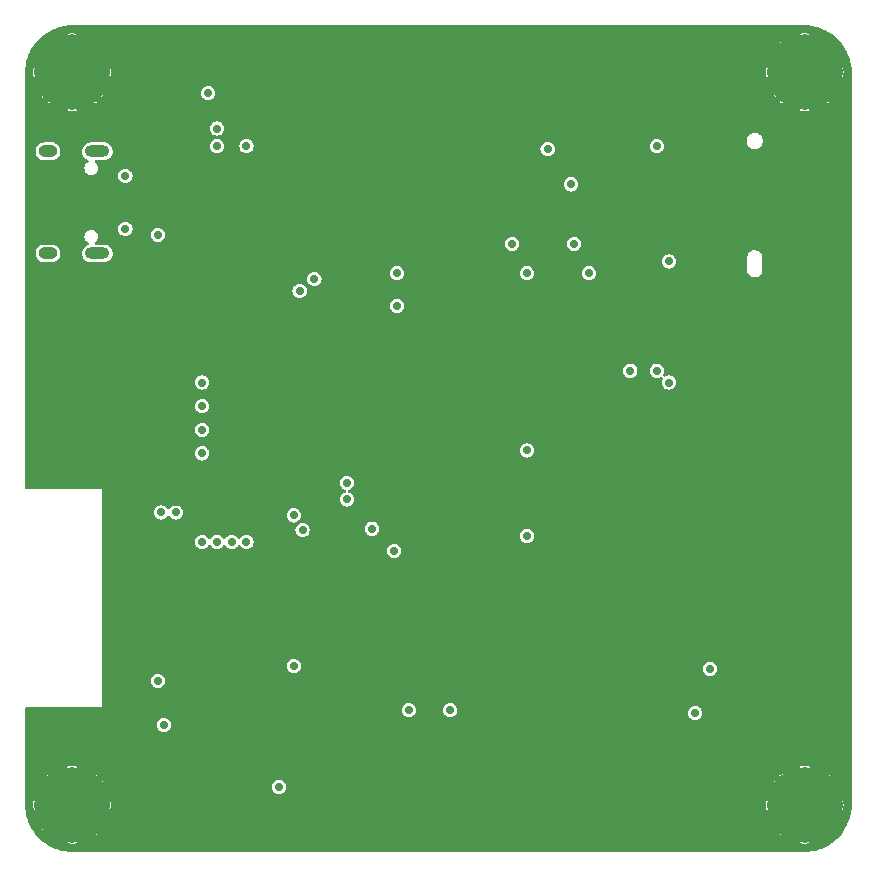
<source format=gbr>
%TF.GenerationSoftware,KiCad,Pcbnew,7.0.1*%
%TF.CreationDate,2023-04-30T16:49:33+02:00*%
%TF.ProjectId,Controller,436f6e74-726f-46c6-9c65-722e6b696361,rev?*%
%TF.SameCoordinates,Original*%
%TF.FileFunction,Copper,L3,Inr*%
%TF.FilePolarity,Positive*%
%FSLAX46Y46*%
G04 Gerber Fmt 4.6, Leading zero omitted, Abs format (unit mm)*
G04 Created by KiCad (PCBNEW 7.0.1) date 2023-04-30 16:49:33*
%MOMM*%
%LPD*%
G01*
G04 APERTURE LIST*
%TA.AperFunction,ComponentPad*%
%ADD10C,0.800000*%
%TD*%
%TA.AperFunction,ComponentPad*%
%ADD11C,6.400000*%
%TD*%
%TA.AperFunction,ComponentPad*%
%ADD12O,2.100000X1.000000*%
%TD*%
%TA.AperFunction,ComponentPad*%
%ADD13O,1.600000X1.000000*%
%TD*%
%TA.AperFunction,ViaPad*%
%ADD14C,0.700000*%
%TD*%
G04 APERTURE END LIST*
D10*
%TO.N,GND*%
%TO.C,H4*%
X178930000Y-125905000D03*
X179632944Y-124207944D03*
X179632944Y-127602056D03*
X181330000Y-123505000D03*
D11*
X181330000Y-125905000D03*
D10*
X181330000Y-128305000D03*
X183027056Y-124207944D03*
X183027056Y-127602056D03*
X183730000Y-125905000D03*
%TD*%
D12*
%TO.N,unconnected-(J1-SHIELD-PadS1)*%
%TO.C,J1*%
X121460000Y-70585000D03*
D13*
X117280000Y-70585000D03*
D12*
X121460000Y-79225000D03*
D13*
X117280000Y-79225000D03*
%TD*%
D10*
%TO.N,GND*%
%TO.C,H3*%
X116930000Y-125905000D03*
X117632944Y-124207944D03*
X117632944Y-127602056D03*
X119330000Y-123505000D03*
D11*
X119330000Y-125905000D03*
D10*
X119330000Y-128305000D03*
X121027056Y-124207944D03*
X121027056Y-127602056D03*
X121730000Y-125905000D03*
%TD*%
%TO.N,GND*%
%TO.C,H1*%
X116930000Y-63905000D03*
X117632944Y-62207944D03*
X117632944Y-65602056D03*
X119330000Y-61505000D03*
D11*
X119330000Y-63905000D03*
D10*
X119330000Y-66305000D03*
X121027056Y-62207944D03*
X121027056Y-65602056D03*
X121730000Y-63905000D03*
%TD*%
%TO.N,GND*%
%TO.C,H2*%
X178930000Y-63905000D03*
X179632944Y-62207944D03*
X179632944Y-65602056D03*
X181330000Y-61505000D03*
D11*
X181330000Y-63905000D03*
D10*
X181330000Y-66305000D03*
X183027056Y-62207944D03*
X183027056Y-65602056D03*
X183730000Y-63905000D03*
%TD*%
D14*
%TO.N,GND*%
X162080000Y-88155000D03*
X144830000Y-89905000D03*
X144830000Y-86155000D03*
X141330000Y-83405000D03*
X138330000Y-83655000D03*
%TO.N,+3.3V*%
X159580000Y-70405000D03*
X161556944Y-73381944D03*
%TO.N,GND*%
X126580000Y-79905000D03*
X166080000Y-129405000D03*
X163080000Y-129405000D03*
X166830000Y-129405000D03*
X161580000Y-129405000D03*
X165330000Y-129405000D03*
X162330000Y-129405000D03*
X169830000Y-129405000D03*
X178830000Y-129405000D03*
X167580000Y-129405000D03*
X163830000Y-129405000D03*
X169080000Y-129405000D03*
X175830000Y-129405000D03*
X168330000Y-129405000D03*
X164580000Y-129405000D03*
X160080000Y-129405000D03*
X178080000Y-129405000D03*
X177330000Y-129405000D03*
X160830000Y-129405000D03*
X176580000Y-129405000D03*
X159330000Y-129405000D03*
X157830000Y-129405000D03*
X126330000Y-129405000D03*
X143580000Y-129405000D03*
X139830000Y-129405000D03*
X122580000Y-129405000D03*
X145080000Y-129405000D03*
X123330000Y-129405000D03*
X148080000Y-129405000D03*
X153330000Y-129405000D03*
X154080000Y-129405000D03*
X125580000Y-129405000D03*
X121830000Y-129405000D03*
X146580000Y-129405000D03*
X141330000Y-129405000D03*
X154830000Y-129405000D03*
X170580000Y-129405000D03*
X157080000Y-129405000D03*
X155580000Y-129405000D03*
X124080000Y-129405000D03*
X144330000Y-129405000D03*
X175080000Y-129405000D03*
X139080000Y-129405000D03*
X140580000Y-129405000D03*
X158580000Y-129405000D03*
X172080000Y-129405000D03*
X145830000Y-129405000D03*
X174330000Y-129405000D03*
X127830000Y-129405000D03*
X124830000Y-129405000D03*
X151080000Y-129405000D03*
X147330000Y-129405000D03*
X150330000Y-129405000D03*
X173580000Y-129405000D03*
X172830000Y-129405000D03*
X171330000Y-129405000D03*
X121080000Y-129405000D03*
X156330000Y-129405000D03*
X179580000Y-129405000D03*
X152580000Y-129405000D03*
X149580000Y-129405000D03*
X142080000Y-129405000D03*
X127080000Y-129405000D03*
X151830000Y-129405000D03*
X148830000Y-129405000D03*
X142830000Y-129405000D03*
X133080000Y-129405000D03*
X132330000Y-129405000D03*
X135330000Y-129405000D03*
X134580000Y-129405000D03*
X137580000Y-129405000D03*
X131580000Y-129405000D03*
X129330000Y-129405000D03*
X128580000Y-129405000D03*
X136830000Y-129405000D03*
X136080000Y-129405000D03*
X130080000Y-129405000D03*
X130830000Y-129405000D03*
X133830000Y-129405000D03*
X138330000Y-129405000D03*
X184830000Y-82905000D03*
X184830000Y-78405000D03*
X184830000Y-75405000D03*
X184830000Y-74655000D03*
X184830000Y-80655000D03*
X184830000Y-81405000D03*
X184830000Y-73155000D03*
X184830000Y-73905000D03*
X184830000Y-76155000D03*
X184830000Y-82155000D03*
X184830000Y-79155000D03*
X184830000Y-79905000D03*
X184830000Y-76905000D03*
X184830000Y-77655000D03*
X184830000Y-87405000D03*
X184830000Y-93405000D03*
X184830000Y-96405000D03*
X184830000Y-71655000D03*
X184830000Y-86655000D03*
X184830000Y-94155000D03*
X184830000Y-97155000D03*
X184830000Y-124155000D03*
X184830000Y-100905000D03*
X184830000Y-65655000D03*
X184830000Y-115905000D03*
X184830000Y-117405000D03*
X184830000Y-118155000D03*
X184830000Y-94905000D03*
X184830000Y-91905000D03*
X184830000Y-95655000D03*
X184830000Y-69405000D03*
X184830000Y-72405000D03*
X184830000Y-118905000D03*
X184830000Y-90405000D03*
X184830000Y-116655000D03*
X184830000Y-103155000D03*
X184830000Y-85155000D03*
X184830000Y-83655000D03*
X184830000Y-119655000D03*
X184830000Y-88905000D03*
X184830000Y-68655000D03*
X184830000Y-100155000D03*
X184830000Y-101655000D03*
X184830000Y-115155000D03*
X184830000Y-99405000D03*
X184830000Y-85905000D03*
X184830000Y-91155000D03*
X184830000Y-66405000D03*
X184830000Y-70155000D03*
X184830000Y-98655000D03*
X184830000Y-97905000D03*
X184830000Y-92655000D03*
X184830000Y-67905000D03*
X184830000Y-89655000D03*
X184830000Y-67155000D03*
X184830000Y-84405000D03*
X184830000Y-88155000D03*
X184830000Y-70905000D03*
X184830000Y-102405000D03*
X184830000Y-103905000D03*
X184830000Y-121155000D03*
X184830000Y-105405000D03*
X184830000Y-121905000D03*
X184830000Y-122655000D03*
X184830000Y-104655000D03*
X184830000Y-109155000D03*
X184830000Y-112905000D03*
X184830000Y-120405000D03*
X184830000Y-113655000D03*
X184830000Y-108405000D03*
X184830000Y-112155000D03*
X184830000Y-123405000D03*
X184830000Y-114405000D03*
X184830000Y-106905000D03*
X184830000Y-109905000D03*
X184830000Y-106155000D03*
X184830000Y-111405000D03*
X184830000Y-107655000D03*
X184830000Y-110655000D03*
X124080000Y-110155000D03*
X119330000Y-68405000D03*
X118330000Y-73405000D03*
X128330000Y-71905000D03*
X129330000Y-67155000D03*
X126330000Y-62655000D03*
X143580000Y-62905000D03*
X149330000Y-86155000D03*
X151080000Y-102905000D03*
X162580000Y-104655000D03*
X164330000Y-107405000D03*
X169580000Y-108405000D03*
X170080000Y-110905000D03*
X148330000Y-93655000D03*
X150330000Y-95405000D03*
X156330000Y-95655000D03*
X154080000Y-85655000D03*
X164330000Y-85405000D03*
X168080000Y-82905000D03*
X171330000Y-84155000D03*
X173080000Y-67405000D03*
X175830000Y-65405000D03*
X168830000Y-62655000D03*
X157580000Y-68155000D03*
X161830000Y-66405000D03*
X141580000Y-80405000D03*
X141330000Y-77655000D03*
X149580000Y-77405000D03*
%TO.N,+3.3V*%
X163080000Y-80905000D03*
X157830000Y-80905000D03*
X157830000Y-95905000D03*
%TO.N,GND*%
X144830000Y-73155000D03*
X142580000Y-69905000D03*
X134080000Y-92405000D03*
X134830000Y-89405000D03*
X135330000Y-94905000D03*
X115830000Y-98655000D03*
X115830000Y-79905000D03*
X115830000Y-76905000D03*
X115830000Y-67155000D03*
X115830000Y-81405000D03*
X115830000Y-118905000D03*
X115830000Y-85905000D03*
X115830000Y-67905000D03*
X115830000Y-86655000D03*
X115830000Y-88155000D03*
X115830000Y-91905000D03*
X115830000Y-93405000D03*
X115830000Y-75405000D03*
X115830000Y-95655000D03*
X115830000Y-74655000D03*
X115830000Y-92655000D03*
X115830000Y-118155000D03*
X115830000Y-97155000D03*
X115830000Y-76155000D03*
X115830000Y-79155000D03*
X115830000Y-69405000D03*
X115830000Y-82905000D03*
X115830000Y-72405000D03*
X115830000Y-84405000D03*
X115830000Y-68655000D03*
X115830000Y-70905000D03*
X115830000Y-71655000D03*
X115830000Y-66405000D03*
X115830000Y-94155000D03*
X115830000Y-80655000D03*
X115830000Y-85155000D03*
X115830000Y-120405000D03*
X115830000Y-89655000D03*
X115830000Y-124155000D03*
X115830000Y-77655000D03*
X115830000Y-97905000D03*
X115830000Y-121155000D03*
X115830000Y-91155000D03*
X115830000Y-78405000D03*
X115830000Y-122655000D03*
X115830000Y-121905000D03*
X115830000Y-87405000D03*
X115830000Y-96405000D03*
X115830000Y-82155000D03*
X115830000Y-70155000D03*
X115830000Y-119655000D03*
X115830000Y-123405000D03*
X115830000Y-88905000D03*
X115830000Y-73905000D03*
X115830000Y-73155000D03*
X115830000Y-90405000D03*
X115830000Y-94905000D03*
X115830000Y-83655000D03*
X115830000Y-65655000D03*
X175580000Y-123155000D03*
%TO.N,+5V*%
X172080000Y-118155000D03*
X173330000Y-114405000D03*
%TO.N,GND*%
X173580000Y-118655000D03*
X175580000Y-119655000D03*
X164580000Y-123155000D03*
X164330000Y-120655000D03*
X165580000Y-118405000D03*
%TO.N,/USB Programmer/PRG_RTS*%
X130830000Y-65655000D03*
X134080000Y-70155000D03*
%TO.N,/ESP32/Rst*%
X139830000Y-81405000D03*
%TO.N,/ESP32/Boot*%
X146830000Y-80905000D03*
X146830000Y-83655000D03*
%TO.N,/ESP32/Rst*%
X126580000Y-115405000D03*
%TO.N,GND*%
X152580000Y-72155000D03*
X152080000Y-67905000D03*
X147080000Y-62655000D03*
X144129500Y-67811593D03*
X146580000Y-65155000D03*
%TO.N,+3.3V*%
X138080000Y-114155000D03*
X157830000Y-103155000D03*
X126580000Y-77655000D03*
X138580000Y-82405000D03*
%TO.N,GND*%
X172580000Y-82155000D03*
X173580000Y-83655000D03*
%TO.N,+5V*%
X168830000Y-70155000D03*
X161830000Y-78405000D03*
X156580000Y-78405000D03*
X169830000Y-79904998D03*
X169830000Y-90155000D03*
%TO.N,/ESP32/SCL*%
X168830000Y-89155000D03*
X166580000Y-89155000D03*
%TO.N,GND*%
X135830000Y-97655000D03*
%TO.N,/ESP32/SCL*%
X142580000Y-98655000D03*
%TO.N,/ESP32/SDA*%
X142580000Y-100054503D03*
%TO.N,GND*%
X146330000Y-100405000D03*
X143330000Y-97405000D03*
%TO.N,/ESP32/VSPI*%
X144705000Y-102530000D03*
X146580000Y-104405000D03*
%TO.N,GND*%
X143330000Y-112905000D03*
X143830000Y-107405000D03*
X144080000Y-110155000D03*
X142830000Y-103405000D03*
X120580000Y-119905000D03*
%TO.N,/Audio/Amp_Shutdown*%
X136830000Y-124405000D03*
X127080000Y-119155000D03*
%TO.N,GND*%
X166580000Y-113905000D03*
%TO.N,/Audio/DIN*%
X151330000Y-117905000D03*
X147830000Y-117905000D03*
%TO.N,GND*%
X131330000Y-90155000D03*
X133080000Y-87905000D03*
X136080000Y-86405000D03*
X134080000Y-83155000D03*
X132580000Y-82155000D03*
X136830000Y-79155000D03*
%TO.N,/ESP32/PRG_TX*%
X131580000Y-68655000D03*
%TO.N,/ESP32/PRG_RX*%
X131580000Y-70155000D03*
%TO.N,GND*%
X121080000Y-121905000D03*
X118830000Y-119405000D03*
X125330000Y-105155000D03*
X130830000Y-114954500D03*
X135580000Y-114954500D03*
X135580000Y-110405000D03*
X127254500Y-111301708D03*
X127830000Y-108155000D03*
X123080000Y-115655000D03*
X123080000Y-101155000D03*
X169330000Y-72905000D03*
X167130000Y-72505000D03*
X166330000Y-97105000D03*
X167730000Y-94305000D03*
X172730000Y-79305000D03*
X178330000Y-78505000D03*
X178330000Y-77305000D03*
X178530000Y-82905000D03*
X166080000Y-60405000D03*
X163080000Y-60405000D03*
X166830000Y-60405000D03*
X161580000Y-60405000D03*
X165330000Y-60405000D03*
X162330000Y-60405000D03*
X169830000Y-60405000D03*
X178830000Y-60405000D03*
X167580000Y-60405000D03*
X163830000Y-60405000D03*
X169080000Y-60405000D03*
X175830000Y-60405000D03*
X168330000Y-60405000D03*
X164580000Y-60405000D03*
X160080000Y-60405000D03*
X178080000Y-60405000D03*
X177330000Y-60405000D03*
X160830000Y-60405000D03*
X176580000Y-60405000D03*
X159330000Y-60405000D03*
X157830000Y-60405000D03*
X126330000Y-60405000D03*
X143580000Y-60405000D03*
X139830000Y-60405000D03*
X122580000Y-60405000D03*
X145080000Y-60405000D03*
X123330000Y-60405000D03*
X148080000Y-60405000D03*
X153330000Y-60405000D03*
X154080000Y-60405000D03*
X125580000Y-60405000D03*
X121830000Y-60405000D03*
X146580000Y-60405000D03*
X141330000Y-60405000D03*
X154830000Y-60405000D03*
X170580000Y-60405000D03*
X157080000Y-60405000D03*
X155580000Y-60405000D03*
X124080000Y-60405000D03*
X144330000Y-60405000D03*
X175080000Y-60405000D03*
X139080000Y-60405000D03*
X140580000Y-60405000D03*
X158580000Y-60405000D03*
X172080000Y-60405000D03*
X145830000Y-60405000D03*
X174330000Y-60405000D03*
X127830000Y-60405000D03*
X124830000Y-60405000D03*
X151080000Y-60405000D03*
X147330000Y-60405000D03*
X150330000Y-60405000D03*
X173580000Y-60405000D03*
X172830000Y-60405000D03*
X171330000Y-60405000D03*
X156330000Y-60405000D03*
X179580000Y-60405000D03*
X152580000Y-60405000D03*
X149580000Y-60405000D03*
X142080000Y-60405000D03*
X127080000Y-60405000D03*
X151830000Y-60405000D03*
X148830000Y-60405000D03*
X142830000Y-60405000D03*
X133080000Y-60405000D03*
X132330000Y-60405000D03*
X135330000Y-60405000D03*
X134580000Y-60405000D03*
X137580000Y-60405000D03*
X131580000Y-60405000D03*
X129330000Y-60405000D03*
X128580000Y-60405000D03*
X136830000Y-60405000D03*
X136080000Y-60405000D03*
X130080000Y-60405000D03*
X130830000Y-60405000D03*
X133830000Y-60405000D03*
X138330000Y-60405000D03*
%TO.N,/ESP32/SDA*%
X138830000Y-102655000D03*
%TO.N,/ESP32/SCL*%
X138080000Y-101405000D03*
%TO.N,/ESP32/PRG_RX*%
X128080000Y-101155000D03*
%TO.N,/ESP32/PRG_TX*%
X126830000Y-101155000D03*
%TO.N,GND*%
X143830000Y-93405000D03*
X141830000Y-93405000D03*
X139830000Y-93405000D03*
X137830000Y-93405000D03*
X166830000Y-116905000D03*
X169103729Y-113678090D03*
X169330000Y-116405000D03*
X171830000Y-115905000D03*
X123830000Y-78405000D03*
X123830000Y-71405000D03*
%TO.N,VBUS*%
X123830000Y-72655000D03*
X123830000Y-77155000D03*
%TO.N,GND*%
X131830000Y-75905000D03*
X131830000Y-73905000D03*
X133830000Y-73905000D03*
X133830000Y-75905000D03*
X132830000Y-74905000D03*
X129330000Y-73405000D03*
X128580000Y-74655000D03*
X172330000Y-73905000D03*
X172330000Y-71905000D03*
X175830000Y-86905000D03*
X175830000Y-88905000D03*
X168830000Y-98405000D03*
X168830000Y-100905000D03*
X168830000Y-103405000D03*
X168830000Y-105905000D03*
%TO.N,Net-(U4-GPIO12{slash}TOUCH12{slash}ADC2_CH1{slash}FSPICLK{slash}FSPIIO6{slash}SUBSPICLK)*%
X130330000Y-90155000D03*
X134080000Y-103655000D03*
%TO.N,Net-(U4-GPIO11{slash}TOUCH11{slash}ADC2_CH0{slash}FSPID{slash}FSPIIO5{slash}SUBSPID)*%
X130330000Y-92155000D03*
X132830000Y-103655000D03*
%TO.N,Net-(U4-GPIO10{slash}TOUCH10{slash}ADC1_CH9{slash}FSPICS0{slash}FSPIIO4{slash}SUBSPICS0)*%
X131580000Y-103655000D03*
X130330000Y-94155000D03*
%TO.N,Net-(U4-GPIO9{slash}TOUCH9{slash}ADC1_CH8{slash}FSPIHD{slash}SUBSPIHD)*%
X130330000Y-96155000D03*
X130330000Y-103655000D03*
%TD*%
%TA.AperFunction,Conductor*%
%TO.N,GND*%
G36*
X181332854Y-59905632D02*
G01*
X181348811Y-59906369D01*
X181503088Y-59913502D01*
X181699795Y-59923166D01*
X181710787Y-59924201D01*
X181892876Y-59949601D01*
X181893781Y-59949732D01*
X182077261Y-59976949D01*
X182087413Y-59978892D01*
X182268614Y-60021510D01*
X182270023Y-60021852D01*
X182447874Y-60066401D01*
X182457091Y-60069096D01*
X182634478Y-60128550D01*
X182636618Y-60129292D01*
X182808220Y-60190692D01*
X182816519Y-60194004D01*
X182987980Y-60269712D01*
X182990909Y-60271051D01*
X183077263Y-60311892D01*
X183155119Y-60348715D01*
X183162411Y-60352465D01*
X183259135Y-60406341D01*
X183326435Y-60443827D01*
X183329810Y-60445777D01*
X183485371Y-60539017D01*
X183491670Y-60543058D01*
X183646699Y-60649256D01*
X183650459Y-60651935D01*
X183796009Y-60759882D01*
X183801305Y-60764040D01*
X183946009Y-60884200D01*
X183949947Y-60887617D01*
X184084206Y-61009303D01*
X184088590Y-61013478D01*
X184221520Y-61146408D01*
X184225698Y-61150795D01*
X184347375Y-61285045D01*
X184350805Y-61288998D01*
X184470951Y-61433684D01*
X184475124Y-61439000D01*
X184524073Y-61505000D01*
X184583041Y-61584509D01*
X184585742Y-61588299D01*
X184691940Y-61743328D01*
X184695992Y-61749645D01*
X184761269Y-61858553D01*
X184789200Y-61905153D01*
X184791171Y-61908563D01*
X184882525Y-62072573D01*
X184886291Y-62079896D01*
X184963947Y-62244089D01*
X184965286Y-62247018D01*
X185040994Y-62418479D01*
X185044311Y-62426791D01*
X185105666Y-62598265D01*
X185106487Y-62600634D01*
X185165894Y-62777881D01*
X185168606Y-62787157D01*
X185213104Y-62964803D01*
X185213526Y-62966543D01*
X185256101Y-63147562D01*
X185258053Y-63157758D01*
X185285257Y-63341156D01*
X185285410Y-63342218D01*
X185310794Y-63524184D01*
X185311834Y-63535232D01*
X185321512Y-63732238D01*
X185321529Y-63732595D01*
X185329368Y-63902145D01*
X185329500Y-63907872D01*
X185329500Y-125902128D01*
X185329368Y-125907855D01*
X185321529Y-126077404D01*
X185321512Y-126077761D01*
X185311834Y-126274766D01*
X185310794Y-126285814D01*
X185285410Y-126467780D01*
X185285257Y-126468842D01*
X185258053Y-126652240D01*
X185256101Y-126662436D01*
X185213526Y-126843455D01*
X185213104Y-126845195D01*
X185168606Y-127022841D01*
X185165894Y-127032117D01*
X185106487Y-127209364D01*
X185105666Y-127211733D01*
X185044311Y-127383207D01*
X185040994Y-127391519D01*
X184965286Y-127562980D01*
X184963947Y-127565909D01*
X184886291Y-127730102D01*
X184882525Y-127737425D01*
X184791171Y-127901435D01*
X184789200Y-127904845D01*
X184695999Y-128060342D01*
X184691940Y-128066670D01*
X184585742Y-128221699D01*
X184583041Y-128225489D01*
X184475135Y-128370984D01*
X184470935Y-128376334D01*
X184350851Y-128520947D01*
X184347331Y-128525004D01*
X184225717Y-128659183D01*
X184221520Y-128663590D01*
X184088590Y-128796520D01*
X184084183Y-128800717D01*
X183950004Y-128922331D01*
X183945947Y-128925851D01*
X183801334Y-129045935D01*
X183795984Y-129050135D01*
X183650489Y-129158041D01*
X183646699Y-129160742D01*
X183491670Y-129266940D01*
X183485342Y-129270999D01*
X183329845Y-129364200D01*
X183326435Y-129366171D01*
X183162425Y-129457525D01*
X183155102Y-129461291D01*
X182990909Y-129538947D01*
X182987980Y-129540286D01*
X182816519Y-129615994D01*
X182808207Y-129619311D01*
X182636733Y-129680666D01*
X182634364Y-129681487D01*
X182457117Y-129740894D01*
X182447841Y-129743606D01*
X182270195Y-129788104D01*
X182268455Y-129788526D01*
X182087436Y-129831101D01*
X182077240Y-129833053D01*
X181893842Y-129860257D01*
X181892780Y-129860410D01*
X181710814Y-129885794D01*
X181699766Y-129886834D01*
X181502931Y-129896503D01*
X181502575Y-129896520D01*
X181337393Y-129904158D01*
X181332854Y-129904368D01*
X181327128Y-129904500D01*
X119332872Y-129904500D01*
X119327145Y-129904368D01*
X119322305Y-129904144D01*
X119157423Y-129896520D01*
X119157067Y-129896503D01*
X118960232Y-129886834D01*
X118949184Y-129885794D01*
X118767218Y-129860410D01*
X118766156Y-129860257D01*
X118582758Y-129833053D01*
X118572562Y-129831101D01*
X118391543Y-129788526D01*
X118389803Y-129788104D01*
X118212157Y-129743606D01*
X118202881Y-129740894D01*
X118025634Y-129681487D01*
X118023265Y-129680666D01*
X117851791Y-129619311D01*
X117843479Y-129615994D01*
X117672018Y-129540286D01*
X117669089Y-129538947D01*
X117504896Y-129461291D01*
X117497573Y-129457525D01*
X117333563Y-129366171D01*
X117330153Y-129364200D01*
X117310648Y-129352509D01*
X117174645Y-129270992D01*
X117168328Y-129266940D01*
X117013299Y-129160742D01*
X117009509Y-129158041D01*
X116925302Y-129095589D01*
X118892961Y-129095589D01*
X119050357Y-129165666D01*
X119235405Y-129205000D01*
X119424594Y-129205000D01*
X119609644Y-129165665D01*
X119767037Y-129095589D01*
X180892961Y-129095589D01*
X181050357Y-129165666D01*
X181235405Y-129205000D01*
X181424594Y-129205000D01*
X181609644Y-129165665D01*
X181767037Y-129095589D01*
X181330001Y-128658553D01*
X181330000Y-128658553D01*
X180892961Y-129095589D01*
X119767037Y-129095589D01*
X119330001Y-128658553D01*
X119330000Y-128658553D01*
X118892961Y-129095589D01*
X116925302Y-129095589D01*
X116864000Y-129050124D01*
X116858684Y-129045951D01*
X116713998Y-128925805D01*
X116710045Y-128922375D01*
X116575795Y-128800698D01*
X116571408Y-128796520D01*
X116438478Y-128663590D01*
X116434303Y-128659206D01*
X116312617Y-128524947D01*
X116309200Y-128521009D01*
X116202608Y-128392645D01*
X117195905Y-128392645D01*
X117353301Y-128462722D01*
X117538349Y-128502056D01*
X117727538Y-128502056D01*
X117912588Y-128462721D01*
X118069981Y-128392645D01*
X117632945Y-127955609D01*
X117632944Y-127955609D01*
X117195905Y-128392645D01*
X116202608Y-128392645D01*
X116189040Y-128376305D01*
X116184882Y-128371009D01*
X116076935Y-128225459D01*
X116074256Y-128221699D01*
X115968058Y-128066670D01*
X115964017Y-128060371D01*
X115870777Y-127904810D01*
X115868827Y-127901435D01*
X115842261Y-127853740D01*
X115777465Y-127737411D01*
X115773715Y-127730119D01*
X115713147Y-127602057D01*
X115713146Y-127602055D01*
X116727987Y-127602055D01*
X116747762Y-127790208D01*
X116806224Y-127970135D01*
X116844689Y-128036756D01*
X117279391Y-127602057D01*
X117279391Y-127602056D01*
X117986497Y-127602056D01*
X118408366Y-128023925D01*
X118437572Y-128070213D01*
X118444006Y-128124567D01*
X118425043Y-128304999D01*
X118444818Y-128493152D01*
X118503280Y-128673079D01*
X118541745Y-128739700D01*
X118976447Y-128305001D01*
X119683553Y-128305001D01*
X120118253Y-128739701D01*
X120156718Y-128673078D01*
X120215181Y-128493150D01*
X120225744Y-128392645D01*
X120590017Y-128392645D01*
X120747413Y-128462722D01*
X120932461Y-128502056D01*
X121121650Y-128502056D01*
X121306700Y-128462721D01*
X121464093Y-128392645D01*
X179195905Y-128392645D01*
X179353301Y-128462722D01*
X179538349Y-128502056D01*
X179727538Y-128502056D01*
X179912588Y-128462721D01*
X180069981Y-128392645D01*
X179632945Y-127955609D01*
X179632944Y-127955609D01*
X179195905Y-128392645D01*
X121464093Y-128392645D01*
X121027057Y-127955609D01*
X121027056Y-127955609D01*
X120590017Y-128392645D01*
X120225744Y-128392645D01*
X120234956Y-128304999D01*
X120215993Y-128124567D01*
X120222427Y-128070214D01*
X120251633Y-128023925D01*
X120673503Y-127602057D01*
X121380609Y-127602057D01*
X121815309Y-128036757D01*
X121853774Y-127970134D01*
X121912237Y-127790206D01*
X121932012Y-127602056D01*
X178727987Y-127602056D01*
X178747762Y-127790208D01*
X178806224Y-127970135D01*
X178844689Y-128036756D01*
X179279391Y-127602057D01*
X179986497Y-127602057D01*
X180408365Y-128023925D01*
X180437571Y-128070213D01*
X180444005Y-128124566D01*
X180425043Y-128304998D01*
X180444818Y-128493152D01*
X180503280Y-128673079D01*
X180541745Y-128739700D01*
X180976447Y-128305001D01*
X181683553Y-128305001D01*
X182118253Y-128739701D01*
X182156718Y-128673078D01*
X182215181Y-128493150D01*
X182225744Y-128392645D01*
X182590017Y-128392645D01*
X182747413Y-128462722D01*
X182932461Y-128502056D01*
X183121650Y-128502056D01*
X183306700Y-128462721D01*
X183464093Y-128392645D01*
X183027057Y-127955609D01*
X183027056Y-127955609D01*
X182590017Y-128392645D01*
X182225744Y-128392645D01*
X182234956Y-128304999D01*
X182215993Y-128124567D01*
X182222427Y-128070214D01*
X182251633Y-128023925D01*
X182673503Y-127602057D01*
X182673503Y-127602056D01*
X183380609Y-127602056D01*
X183815309Y-128036757D01*
X183853774Y-127970134D01*
X183912237Y-127790206D01*
X183932012Y-127602056D01*
X183912237Y-127413905D01*
X183853773Y-127233974D01*
X183815309Y-127167353D01*
X183380609Y-127602056D01*
X182673503Y-127602056D01*
X182238801Y-127167354D01*
X182200336Y-127233978D01*
X182141874Y-127413903D01*
X182122099Y-127602056D01*
X182141062Y-127782487D01*
X182134628Y-127836840D01*
X182105422Y-127883129D01*
X181683553Y-128305000D01*
X181683553Y-128305001D01*
X180976447Y-128305001D01*
X180976447Y-128305000D01*
X180554576Y-127883129D01*
X180525369Y-127836840D01*
X180518936Y-127782486D01*
X180537900Y-127602055D01*
X180528688Y-127514409D01*
X180892961Y-127514409D01*
X181330000Y-127951447D01*
X181330001Y-127951447D01*
X181767037Y-127514409D01*
X181609644Y-127444333D01*
X181424595Y-127405000D01*
X181235405Y-127405000D01*
X181050355Y-127444333D01*
X180892961Y-127514409D01*
X180528688Y-127514409D01*
X180518125Y-127413905D01*
X180459661Y-127233974D01*
X180421197Y-127167353D01*
X179986497Y-127602056D01*
X179986497Y-127602057D01*
X179279391Y-127602057D01*
X179279391Y-127602056D01*
X178844689Y-127167354D01*
X178806224Y-127233978D01*
X178747762Y-127413903D01*
X178727987Y-127602056D01*
X121932012Y-127602056D01*
X121912237Y-127413905D01*
X121853773Y-127233974D01*
X121815309Y-127167353D01*
X121380609Y-127602056D01*
X121380609Y-127602057D01*
X120673503Y-127602057D01*
X120673503Y-127602056D01*
X120238801Y-127167354D01*
X120200336Y-127233978D01*
X120141874Y-127413903D01*
X120122099Y-127602056D01*
X120141062Y-127782487D01*
X120134628Y-127836840D01*
X120105422Y-127883129D01*
X119683553Y-128305000D01*
X119683553Y-128305001D01*
X118976447Y-128305001D01*
X118976447Y-128305000D01*
X118554576Y-127883129D01*
X118525369Y-127836840D01*
X118518936Y-127782486D01*
X118537900Y-127602055D01*
X118528688Y-127514409D01*
X118892961Y-127514409D01*
X119330000Y-127951447D01*
X119330001Y-127951447D01*
X119767037Y-127514409D01*
X119609644Y-127444333D01*
X119424595Y-127405000D01*
X119235405Y-127405000D01*
X119050355Y-127444333D01*
X118892961Y-127514409D01*
X118528688Y-127514409D01*
X118518125Y-127413905D01*
X118459661Y-127233974D01*
X118421197Y-127167353D01*
X117986497Y-127602056D01*
X117279391Y-127602056D01*
X116844689Y-127167354D01*
X116806224Y-127233978D01*
X116747762Y-127413903D01*
X116727987Y-127602055D01*
X115713146Y-127602055D01*
X115696051Y-127565909D01*
X115694712Y-127562980D01*
X115619004Y-127391519D01*
X115615692Y-127383220D01*
X115554292Y-127211618D01*
X115553550Y-127209478D01*
X115494096Y-127032091D01*
X115491401Y-127022874D01*
X115446852Y-126845023D01*
X115446510Y-126843614D01*
X115411695Y-126695589D01*
X116492961Y-126695589D01*
X116650357Y-126765666D01*
X116835405Y-126805000D01*
X117024592Y-126805000D01*
X117094684Y-126790100D01*
X117155685Y-126792496D01*
X117208149Y-126823709D01*
X117632944Y-127248503D01*
X117632945Y-127248503D01*
X118069981Y-126811465D01*
X120590017Y-126811465D01*
X121027056Y-127248503D01*
X121027057Y-127248503D01*
X121451849Y-126823709D01*
X121504313Y-126792496D01*
X121565313Y-126790100D01*
X121635407Y-126805000D01*
X121824594Y-126805000D01*
X122009644Y-126765665D01*
X122167037Y-126695589D01*
X178492961Y-126695589D01*
X178650357Y-126765666D01*
X178835405Y-126805000D01*
X179024592Y-126805000D01*
X179094684Y-126790100D01*
X179155685Y-126792496D01*
X179208149Y-126823709D01*
X179632944Y-127248503D01*
X179632945Y-127248503D01*
X180069981Y-126811465D01*
X182590017Y-126811465D01*
X183027056Y-127248503D01*
X183027057Y-127248503D01*
X183451849Y-126823709D01*
X183504313Y-126792496D01*
X183565313Y-126790100D01*
X183635407Y-126805000D01*
X183824594Y-126805000D01*
X184009644Y-126765665D01*
X184167037Y-126695589D01*
X183730001Y-126258553D01*
X183305205Y-126683346D01*
X183252742Y-126714558D01*
X183191744Y-126716954D01*
X183121653Y-126702056D01*
X182932461Y-126702056D01*
X182747411Y-126741389D01*
X182590017Y-126811465D01*
X180069981Y-126811465D01*
X179912588Y-126741389D01*
X179727539Y-126702056D01*
X179538352Y-126702056D01*
X179468254Y-126716955D01*
X179407256Y-126714557D01*
X179354793Y-126683345D01*
X178930001Y-126258553D01*
X178930000Y-126258553D01*
X178492961Y-126695589D01*
X122167037Y-126695589D01*
X121730001Y-126258553D01*
X121305205Y-126683346D01*
X121252742Y-126714558D01*
X121191744Y-126716954D01*
X121121653Y-126702056D01*
X120932461Y-126702056D01*
X120747411Y-126741389D01*
X120590017Y-126811465D01*
X118069981Y-126811465D01*
X117912588Y-126741389D01*
X117727539Y-126702056D01*
X117538352Y-126702056D01*
X117468254Y-126716955D01*
X117407256Y-126714557D01*
X117354793Y-126683345D01*
X116930001Y-126258553D01*
X116930000Y-126258553D01*
X116492961Y-126695589D01*
X115411695Y-126695589D01*
X115403892Y-126662413D01*
X115401949Y-126652261D01*
X115374732Y-126468781D01*
X115374588Y-126467780D01*
X115349201Y-126285787D01*
X115348166Y-126274795D01*
X115338480Y-126077611D01*
X115330632Y-125907854D01*
X115330566Y-125905000D01*
X116025043Y-125905000D01*
X116044818Y-126093152D01*
X116103280Y-126273079D01*
X116141745Y-126339700D01*
X116576447Y-125905001D01*
X116576447Y-125905000D01*
X117283553Y-125905000D01*
X117718253Y-126339701D01*
X117756718Y-126273078D01*
X117815181Y-126093150D01*
X117834956Y-125905000D01*
X120825043Y-125905000D01*
X120844818Y-126093152D01*
X120903280Y-126273079D01*
X120941745Y-126339700D01*
X121376447Y-125905001D01*
X122083553Y-125905001D01*
X122518253Y-126339701D01*
X122556718Y-126273078D01*
X122615181Y-126093150D01*
X122634956Y-125905000D01*
X122634956Y-125904999D01*
X178025043Y-125904999D01*
X178044818Y-126093152D01*
X178103280Y-126273079D01*
X178141745Y-126339700D01*
X178576447Y-125905001D01*
X179283553Y-125905001D01*
X179718253Y-126339701D01*
X179756718Y-126273078D01*
X179815181Y-126093150D01*
X179834956Y-125904999D01*
X182825043Y-125904999D01*
X182844818Y-126093152D01*
X182903280Y-126273079D01*
X182941745Y-126339700D01*
X183376447Y-125905001D01*
X183376447Y-125905000D01*
X184083553Y-125905000D01*
X184518253Y-126339701D01*
X184556718Y-126273078D01*
X184615181Y-126093150D01*
X184634956Y-125904999D01*
X184615181Y-125716849D01*
X184556717Y-125536918D01*
X184518253Y-125470297D01*
X184083553Y-125905000D01*
X183376447Y-125905000D01*
X182941745Y-125470298D01*
X182903280Y-125536922D01*
X182844818Y-125716847D01*
X182825043Y-125904999D01*
X179834956Y-125904999D01*
X179815181Y-125716849D01*
X179756717Y-125536918D01*
X179718253Y-125470297D01*
X179283553Y-125905000D01*
X179283553Y-125905001D01*
X178576447Y-125905001D01*
X178576447Y-125905000D01*
X178141745Y-125470298D01*
X178103280Y-125536922D01*
X178044818Y-125716847D01*
X178025043Y-125904999D01*
X122634956Y-125904999D01*
X122615181Y-125716849D01*
X122556717Y-125536918D01*
X122518253Y-125470297D01*
X122083553Y-125905000D01*
X122083553Y-125905001D01*
X121376447Y-125905001D01*
X121376447Y-125905000D01*
X120941745Y-125470298D01*
X120903280Y-125536922D01*
X120844818Y-125716847D01*
X120825043Y-125905000D01*
X117834956Y-125905000D01*
X117815181Y-125716849D01*
X117756717Y-125536918D01*
X117718253Y-125470297D01*
X117283553Y-125905000D01*
X116576447Y-125905000D01*
X116141745Y-125470298D01*
X116103280Y-125536922D01*
X116044818Y-125716847D01*
X116025043Y-125905000D01*
X115330566Y-125905000D01*
X115330500Y-125902128D01*
X115330500Y-125114409D01*
X116492961Y-125114409D01*
X116930000Y-125551447D01*
X116930001Y-125551447D01*
X117354793Y-125126653D01*
X117407257Y-125095440D01*
X117468257Y-125093044D01*
X117538351Y-125107944D01*
X117727538Y-125107944D01*
X117912588Y-125068609D01*
X118069981Y-124998533D01*
X120590017Y-124998533D01*
X120747413Y-125068610D01*
X120932461Y-125107944D01*
X121121648Y-125107944D01*
X121191740Y-125093044D01*
X121252741Y-125095440D01*
X121305205Y-125126653D01*
X121730000Y-125551447D01*
X121730001Y-125551447D01*
X122167037Y-125114409D01*
X178492961Y-125114409D01*
X178930000Y-125551447D01*
X178930001Y-125551447D01*
X179354793Y-125126653D01*
X179407257Y-125095440D01*
X179468257Y-125093044D01*
X179538351Y-125107944D01*
X179727538Y-125107944D01*
X179912588Y-125068609D01*
X180069981Y-124998533D01*
X182590017Y-124998533D01*
X182747413Y-125068610D01*
X182932461Y-125107944D01*
X183121648Y-125107944D01*
X183191740Y-125093044D01*
X183252741Y-125095440D01*
X183305205Y-125126653D01*
X183730000Y-125551447D01*
X183730001Y-125551447D01*
X184167037Y-125114409D01*
X184009644Y-125044333D01*
X183824595Y-125005000D01*
X183635408Y-125005000D01*
X183565310Y-125019899D01*
X183504312Y-125017501D01*
X183451849Y-124986289D01*
X183027057Y-124561497D01*
X183027056Y-124561497D01*
X182590017Y-124998533D01*
X180069981Y-124998533D01*
X179632945Y-124561497D01*
X179208149Y-124986290D01*
X179155686Y-125017502D01*
X179094688Y-125019898D01*
X179024597Y-125005000D01*
X178835405Y-125005000D01*
X178650355Y-125044333D01*
X178492961Y-125114409D01*
X122167037Y-125114409D01*
X122009644Y-125044333D01*
X121824595Y-125005000D01*
X121635408Y-125005000D01*
X121565310Y-125019899D01*
X121504312Y-125017501D01*
X121451849Y-124986289D01*
X121027057Y-124561497D01*
X121027056Y-124561497D01*
X120590017Y-124998533D01*
X118069981Y-124998533D01*
X117632945Y-124561497D01*
X117208149Y-124986290D01*
X117155686Y-125017502D01*
X117094688Y-125019898D01*
X117024597Y-125005000D01*
X116835405Y-125005000D01*
X116650355Y-125044333D01*
X116492961Y-125114409D01*
X115330500Y-125114409D01*
X115330500Y-124207944D01*
X116727987Y-124207944D01*
X116747762Y-124396096D01*
X116806224Y-124576023D01*
X116844689Y-124642644D01*
X117279391Y-124207945D01*
X117279391Y-124207944D01*
X117986497Y-124207944D01*
X118421197Y-124642645D01*
X118459662Y-124576022D01*
X118518125Y-124396094D01*
X118528688Y-124295589D01*
X118892961Y-124295589D01*
X119050357Y-124365666D01*
X119235405Y-124405000D01*
X119424594Y-124405000D01*
X119609644Y-124365665D01*
X119767037Y-124295589D01*
X119330001Y-123858553D01*
X119330000Y-123858553D01*
X118892961Y-124295589D01*
X118528688Y-124295589D01*
X118537900Y-124207943D01*
X118518937Y-124027511D01*
X118525371Y-123973158D01*
X118554577Y-123926869D01*
X118976447Y-123505001D01*
X119683553Y-123505001D01*
X120105421Y-123926869D01*
X120134627Y-123973157D01*
X120141061Y-124027510D01*
X120122099Y-124207942D01*
X120141874Y-124396096D01*
X120200336Y-124576023D01*
X120238801Y-124642644D01*
X120673503Y-124207945D01*
X121380609Y-124207945D01*
X121815309Y-124642645D01*
X121853774Y-124576022D01*
X121909344Y-124404999D01*
X136224317Y-124404999D01*
X136244956Y-124561762D01*
X136305463Y-124707840D01*
X136401717Y-124833282D01*
X136527159Y-124929536D01*
X136673238Y-124990044D01*
X136830000Y-125010682D01*
X136986762Y-124990044D01*
X137132841Y-124929536D01*
X137258282Y-124833282D01*
X137354536Y-124707841D01*
X137415044Y-124561762D01*
X137435682Y-124405000D01*
X137415044Y-124248238D01*
X137398353Y-124207943D01*
X178727987Y-124207943D01*
X178747762Y-124396096D01*
X178806224Y-124576023D01*
X178844689Y-124642644D01*
X179279391Y-124207945D01*
X179986497Y-124207945D01*
X180421197Y-124642645D01*
X180459662Y-124576022D01*
X180518125Y-124396094D01*
X180528688Y-124295589D01*
X180892961Y-124295589D01*
X181050357Y-124365666D01*
X181235405Y-124405000D01*
X181424594Y-124405000D01*
X181609644Y-124365665D01*
X181767037Y-124295589D01*
X181330001Y-123858553D01*
X181330000Y-123858553D01*
X180892961Y-124295589D01*
X180528688Y-124295589D01*
X180537900Y-124207943D01*
X180518937Y-124027511D01*
X180525371Y-123973158D01*
X180554577Y-123926869D01*
X180976447Y-123505001D01*
X181683553Y-123505001D01*
X182105421Y-123926869D01*
X182134627Y-123973157D01*
X182141061Y-124027510D01*
X182122099Y-124207942D01*
X182141874Y-124396096D01*
X182200336Y-124576023D01*
X182238801Y-124642644D01*
X182673503Y-124207945D01*
X182673503Y-124207944D01*
X183380609Y-124207944D01*
X183815309Y-124642645D01*
X183853774Y-124576022D01*
X183912237Y-124396094D01*
X183932012Y-124207943D01*
X183912237Y-124019793D01*
X183853773Y-123839862D01*
X183815309Y-123773241D01*
X183380609Y-124207944D01*
X182673503Y-124207944D01*
X182251632Y-123786073D01*
X182222425Y-123739784D01*
X182215992Y-123685430D01*
X182234956Y-123504999D01*
X182225744Y-123417353D01*
X182590017Y-123417353D01*
X183027056Y-123854391D01*
X183027057Y-123854391D01*
X183464093Y-123417353D01*
X183306700Y-123347277D01*
X183121651Y-123307944D01*
X182932461Y-123307944D01*
X182747411Y-123347277D01*
X182590017Y-123417353D01*
X182225744Y-123417353D01*
X182215181Y-123316849D01*
X182156717Y-123136918D01*
X182118253Y-123070297D01*
X181683553Y-123505000D01*
X181683553Y-123505001D01*
X180976447Y-123505001D01*
X180976447Y-123505000D01*
X180541745Y-123070298D01*
X180503280Y-123136922D01*
X180444818Y-123316847D01*
X180425043Y-123505000D01*
X180444006Y-123685431D01*
X180437572Y-123739784D01*
X180408366Y-123786073D01*
X179986497Y-124207944D01*
X179986497Y-124207945D01*
X179279391Y-124207945D01*
X179279391Y-124207944D01*
X178844689Y-123773242D01*
X178806224Y-123839866D01*
X178747762Y-124019791D01*
X178727987Y-124207943D01*
X137398353Y-124207943D01*
X137354536Y-124102159D01*
X137291333Y-124019791D01*
X137258282Y-123976717D01*
X137132840Y-123880463D01*
X136986762Y-123819956D01*
X136830000Y-123799317D01*
X136673237Y-123819956D01*
X136527159Y-123880463D01*
X136401717Y-123976717D01*
X136305463Y-124102159D01*
X136244956Y-124248237D01*
X136224317Y-124404999D01*
X121909344Y-124404999D01*
X121912237Y-124396094D01*
X121932012Y-124207943D01*
X121912237Y-124019793D01*
X121853773Y-123839862D01*
X121815309Y-123773241D01*
X121380609Y-124207944D01*
X121380609Y-124207945D01*
X120673503Y-124207945D01*
X120673503Y-124207944D01*
X120251632Y-123786073D01*
X120222425Y-123739784D01*
X120215992Y-123685430D01*
X120234956Y-123504999D01*
X120225744Y-123417353D01*
X120590017Y-123417353D01*
X121027056Y-123854391D01*
X121027057Y-123854391D01*
X121464093Y-123417353D01*
X179195905Y-123417353D01*
X179632944Y-123854391D01*
X179632945Y-123854391D01*
X180069981Y-123417353D01*
X179912588Y-123347277D01*
X179727539Y-123307944D01*
X179538349Y-123307944D01*
X179353299Y-123347277D01*
X179195905Y-123417353D01*
X121464093Y-123417353D01*
X121306700Y-123347277D01*
X121121651Y-123307944D01*
X120932461Y-123307944D01*
X120747411Y-123347277D01*
X120590017Y-123417353D01*
X120225744Y-123417353D01*
X120215181Y-123316849D01*
X120156717Y-123136918D01*
X120118253Y-123070297D01*
X119683553Y-123505000D01*
X119683553Y-123505001D01*
X118976447Y-123505001D01*
X118976447Y-123505000D01*
X118541745Y-123070298D01*
X118503280Y-123136922D01*
X118444818Y-123316847D01*
X118425043Y-123505000D01*
X118444006Y-123685431D01*
X118437572Y-123739784D01*
X118408366Y-123786073D01*
X117986497Y-124207944D01*
X117279391Y-124207944D01*
X116844689Y-123773242D01*
X116806224Y-123839866D01*
X116747762Y-124019791D01*
X116727987Y-124207944D01*
X115330500Y-124207944D01*
X115330500Y-123417353D01*
X117195905Y-123417353D01*
X117632944Y-123854391D01*
X117632945Y-123854391D01*
X118069981Y-123417353D01*
X117912588Y-123347277D01*
X117727539Y-123307944D01*
X117538349Y-123307944D01*
X117353299Y-123347277D01*
X117195905Y-123417353D01*
X115330500Y-123417353D01*
X115330500Y-122714409D01*
X118892961Y-122714409D01*
X119330000Y-123151447D01*
X119330001Y-123151447D01*
X119767037Y-122714409D01*
X180892961Y-122714409D01*
X181330000Y-123151447D01*
X181330001Y-123151447D01*
X181767037Y-122714409D01*
X181609644Y-122644333D01*
X181424595Y-122605000D01*
X181235405Y-122605000D01*
X181050355Y-122644333D01*
X180892961Y-122714409D01*
X119767037Y-122714409D01*
X119609644Y-122644333D01*
X119424595Y-122605000D01*
X119235405Y-122605000D01*
X119050355Y-122644333D01*
X118892961Y-122714409D01*
X115330500Y-122714409D01*
X115330500Y-119155000D01*
X126474317Y-119155000D01*
X126494956Y-119311762D01*
X126555463Y-119457840D01*
X126651717Y-119583282D01*
X126777158Y-119679535D01*
X126777159Y-119679536D01*
X126923238Y-119740044D01*
X127080000Y-119760682D01*
X127236762Y-119740044D01*
X127382841Y-119679536D01*
X127508282Y-119583282D01*
X127604536Y-119457841D01*
X127665044Y-119311762D01*
X127685682Y-119155000D01*
X127665044Y-118998238D01*
X127604536Y-118852159D01*
X127508282Y-118726717D01*
X127382840Y-118630463D01*
X127236762Y-118569956D01*
X127080000Y-118549317D01*
X126923237Y-118569956D01*
X126777159Y-118630463D01*
X126651717Y-118726717D01*
X126555463Y-118852159D01*
X126494956Y-118998237D01*
X126474317Y-119155000D01*
X115330500Y-119155000D01*
X115330500Y-117904999D01*
X147224317Y-117904999D01*
X147244956Y-118061762D01*
X147305463Y-118207840D01*
X147401717Y-118333282D01*
X147527159Y-118429536D01*
X147673238Y-118490044D01*
X147830000Y-118510682D01*
X147986762Y-118490044D01*
X148132841Y-118429536D01*
X148258282Y-118333282D01*
X148354536Y-118207841D01*
X148415044Y-118061762D01*
X148435682Y-117905000D01*
X150724317Y-117905000D01*
X150744956Y-118061762D01*
X150805463Y-118207840D01*
X150901717Y-118333282D01*
X151027159Y-118429536D01*
X151173238Y-118490044D01*
X151330000Y-118510682D01*
X151486762Y-118490044D01*
X151632841Y-118429536D01*
X151758282Y-118333282D01*
X151854536Y-118207841D01*
X151876424Y-118154999D01*
X171474317Y-118154999D01*
X171494956Y-118311762D01*
X171555463Y-118457840D01*
X171651717Y-118583282D01*
X171777159Y-118679536D01*
X171923238Y-118740044D01*
X172080000Y-118760682D01*
X172236762Y-118740044D01*
X172382841Y-118679536D01*
X172508282Y-118583282D01*
X172604536Y-118457841D01*
X172665044Y-118311762D01*
X172685682Y-118155000D01*
X172665044Y-117998238D01*
X172604536Y-117852159D01*
X172524795Y-117748238D01*
X172508282Y-117726717D01*
X172382840Y-117630463D01*
X172236762Y-117569956D01*
X172080000Y-117549317D01*
X171923237Y-117569956D01*
X171777159Y-117630463D01*
X171651717Y-117726717D01*
X171555463Y-117852159D01*
X171494956Y-117998237D01*
X171474317Y-118154999D01*
X151876424Y-118154999D01*
X151915044Y-118061762D01*
X151935682Y-117905000D01*
X151915044Y-117748238D01*
X151854536Y-117602159D01*
X151813989Y-117549317D01*
X151758282Y-117476717D01*
X151632840Y-117380463D01*
X151486762Y-117319956D01*
X151330000Y-117299317D01*
X151173237Y-117319956D01*
X151027159Y-117380463D01*
X150901717Y-117476717D01*
X150805463Y-117602159D01*
X150744956Y-117748237D01*
X150724317Y-117905000D01*
X148435682Y-117905000D01*
X148415044Y-117748238D01*
X148354536Y-117602159D01*
X148313989Y-117549317D01*
X148258282Y-117476717D01*
X148132840Y-117380463D01*
X147986762Y-117319956D01*
X147830000Y-117299317D01*
X147673237Y-117319956D01*
X147527159Y-117380463D01*
X147401717Y-117476717D01*
X147305463Y-117602159D01*
X147244956Y-117748237D01*
X147224317Y-117904999D01*
X115330500Y-117904999D01*
X115330500Y-117779500D01*
X115347113Y-117717500D01*
X115392500Y-117672113D01*
X115454500Y-117655500D01*
X121805240Y-117655500D01*
X121805383Y-117655528D01*
X121805384Y-117655524D01*
X121829997Y-117655539D01*
X121830000Y-117655541D01*
X121830383Y-117655383D01*
X121830500Y-117655099D01*
X121830541Y-117655000D01*
X121830541Y-117630446D01*
X121830500Y-117630240D01*
X121830500Y-115405000D01*
X125974317Y-115405000D01*
X125994956Y-115561762D01*
X126055463Y-115707840D01*
X126151717Y-115833282D01*
X126277158Y-115929535D01*
X126277159Y-115929536D01*
X126423238Y-115990044D01*
X126580000Y-116010682D01*
X126736762Y-115990044D01*
X126882841Y-115929536D01*
X127008282Y-115833282D01*
X127104536Y-115707841D01*
X127165044Y-115561762D01*
X127185682Y-115405000D01*
X127165044Y-115248238D01*
X127104536Y-115102159D01*
X127104535Y-115102158D01*
X127008282Y-114976717D01*
X126882840Y-114880463D01*
X126736762Y-114819956D01*
X126580000Y-114799317D01*
X126423237Y-114819956D01*
X126277159Y-114880463D01*
X126151717Y-114976717D01*
X126055463Y-115102159D01*
X125994956Y-115248237D01*
X125974317Y-115405000D01*
X121830500Y-115405000D01*
X121830500Y-114155000D01*
X137474317Y-114155000D01*
X137494956Y-114311762D01*
X137555463Y-114457840D01*
X137651717Y-114583282D01*
X137777158Y-114679535D01*
X137777159Y-114679536D01*
X137923238Y-114740044D01*
X138080000Y-114760682D01*
X138236762Y-114740044D01*
X138382841Y-114679536D01*
X138508282Y-114583282D01*
X138604536Y-114457841D01*
X138626424Y-114404999D01*
X172724317Y-114404999D01*
X172744956Y-114561762D01*
X172805463Y-114707840D01*
X172901717Y-114833282D01*
X173027158Y-114929535D01*
X173027159Y-114929536D01*
X173173238Y-114990044D01*
X173330000Y-115010682D01*
X173486762Y-114990044D01*
X173632841Y-114929536D01*
X173758282Y-114833282D01*
X173854536Y-114707841D01*
X173915044Y-114561762D01*
X173935682Y-114405000D01*
X173915044Y-114248238D01*
X173854536Y-114102159D01*
X173774795Y-113998238D01*
X173758282Y-113976717D01*
X173632840Y-113880463D01*
X173486762Y-113819956D01*
X173330000Y-113799317D01*
X173173237Y-113819956D01*
X173027159Y-113880463D01*
X172901717Y-113976717D01*
X172805463Y-114102159D01*
X172744956Y-114248237D01*
X172724317Y-114404999D01*
X138626424Y-114404999D01*
X138665044Y-114311762D01*
X138685682Y-114155000D01*
X138665044Y-113998238D01*
X138604536Y-113852159D01*
X138563989Y-113799317D01*
X138508282Y-113726717D01*
X138382840Y-113630463D01*
X138236762Y-113569956D01*
X138080000Y-113549317D01*
X137923237Y-113569956D01*
X137777159Y-113630463D01*
X137651717Y-113726717D01*
X137555463Y-113852159D01*
X137494956Y-113998237D01*
X137474317Y-114155000D01*
X121830500Y-114155000D01*
X121830500Y-104404999D01*
X145974317Y-104404999D01*
X145994956Y-104561762D01*
X146055463Y-104707840D01*
X146151717Y-104833282D01*
X146277159Y-104929536D01*
X146423238Y-104990044D01*
X146580000Y-105010682D01*
X146736762Y-104990044D01*
X146882841Y-104929536D01*
X147008282Y-104833282D01*
X147104536Y-104707841D01*
X147165044Y-104561762D01*
X147185682Y-104405000D01*
X147165044Y-104248238D01*
X147104536Y-104102159D01*
X147090051Y-104083282D01*
X147008282Y-103976717D01*
X146882840Y-103880463D01*
X146736762Y-103819956D01*
X146580000Y-103799317D01*
X146423237Y-103819956D01*
X146277159Y-103880463D01*
X146151717Y-103976717D01*
X146055463Y-104102159D01*
X145994956Y-104248237D01*
X145974317Y-104404999D01*
X121830500Y-104404999D01*
X121830500Y-103655000D01*
X129724317Y-103655000D01*
X129744956Y-103811762D01*
X129805463Y-103957840D01*
X129901717Y-104083282D01*
X130027158Y-104179535D01*
X130027159Y-104179536D01*
X130173238Y-104240044D01*
X130330000Y-104260682D01*
X130486762Y-104240044D01*
X130632841Y-104179536D01*
X130758282Y-104083282D01*
X130854536Y-103957841D01*
X130854535Y-103957841D01*
X130856624Y-103955120D01*
X130900156Y-103919394D01*
X130955000Y-103906606D01*
X131009844Y-103919394D01*
X131053376Y-103955120D01*
X131151717Y-104083282D01*
X131277158Y-104179535D01*
X131277159Y-104179536D01*
X131423238Y-104240044D01*
X131580000Y-104260682D01*
X131736762Y-104240044D01*
X131882841Y-104179536D01*
X132008282Y-104083282D01*
X132104536Y-103957841D01*
X132104535Y-103957841D01*
X132106624Y-103955120D01*
X132150156Y-103919394D01*
X132205000Y-103906606D01*
X132259844Y-103919394D01*
X132303376Y-103955120D01*
X132401717Y-104083282D01*
X132527158Y-104179535D01*
X132527159Y-104179536D01*
X132673238Y-104240044D01*
X132830000Y-104260682D01*
X132986762Y-104240044D01*
X133132841Y-104179536D01*
X133258282Y-104083282D01*
X133354536Y-103957841D01*
X133354535Y-103957841D01*
X133356624Y-103955120D01*
X133400156Y-103919394D01*
X133455000Y-103906606D01*
X133509844Y-103919394D01*
X133553376Y-103955120D01*
X133651717Y-104083282D01*
X133777158Y-104179535D01*
X133777159Y-104179536D01*
X133923238Y-104240044D01*
X134080000Y-104260682D01*
X134236762Y-104240044D01*
X134382841Y-104179536D01*
X134508282Y-104083282D01*
X134604536Y-103957841D01*
X134665044Y-103811762D01*
X134685682Y-103655000D01*
X134665044Y-103498238D01*
X134604536Y-103352159D01*
X134604535Y-103352158D01*
X134508282Y-103226717D01*
X134382840Y-103130463D01*
X134236762Y-103069956D01*
X134080000Y-103049317D01*
X133923237Y-103069956D01*
X133777159Y-103130463D01*
X133651717Y-103226717D01*
X133553376Y-103354879D01*
X133509844Y-103390605D01*
X133455000Y-103403393D01*
X133400156Y-103390605D01*
X133356624Y-103354879D01*
X133258282Y-103226717D01*
X133132840Y-103130463D01*
X132986762Y-103069956D01*
X132830000Y-103049317D01*
X132673237Y-103069956D01*
X132527159Y-103130463D01*
X132401717Y-103226717D01*
X132303376Y-103354879D01*
X132259844Y-103390605D01*
X132205000Y-103403393D01*
X132150156Y-103390605D01*
X132106624Y-103354879D01*
X132008282Y-103226717D01*
X131882840Y-103130463D01*
X131736762Y-103069956D01*
X131580000Y-103049317D01*
X131423237Y-103069956D01*
X131277159Y-103130463D01*
X131151717Y-103226717D01*
X131053376Y-103354879D01*
X131009844Y-103390605D01*
X130955000Y-103403393D01*
X130900156Y-103390605D01*
X130856624Y-103354879D01*
X130758282Y-103226717D01*
X130632840Y-103130463D01*
X130486762Y-103069956D01*
X130330000Y-103049317D01*
X130173237Y-103069956D01*
X130027159Y-103130463D01*
X129901717Y-103226717D01*
X129805463Y-103352159D01*
X129744956Y-103498237D01*
X129724317Y-103655000D01*
X121830500Y-103655000D01*
X121830500Y-102655000D01*
X138224317Y-102655000D01*
X138244956Y-102811762D01*
X138305463Y-102957840D01*
X138401717Y-103083282D01*
X138495183Y-103155000D01*
X138527159Y-103179536D01*
X138673238Y-103240044D01*
X138830000Y-103260682D01*
X138986762Y-103240044D01*
X139132841Y-103179536D01*
X139164818Y-103154999D01*
X157224317Y-103154999D01*
X157244956Y-103311762D01*
X157305463Y-103457840D01*
X157401717Y-103583282D01*
X157495183Y-103655000D01*
X157527159Y-103679536D01*
X157673238Y-103740044D01*
X157830000Y-103760682D01*
X157986762Y-103740044D01*
X158132841Y-103679536D01*
X158258282Y-103583282D01*
X158354536Y-103457841D01*
X158415044Y-103311762D01*
X158435682Y-103155000D01*
X158415044Y-102998238D01*
X158354536Y-102852159D01*
X158339712Y-102832840D01*
X158258282Y-102726717D01*
X158132840Y-102630463D01*
X157986762Y-102569956D01*
X157830000Y-102549317D01*
X157673237Y-102569956D01*
X157527159Y-102630463D01*
X157401717Y-102726717D01*
X157305463Y-102852159D01*
X157244956Y-102998237D01*
X157224317Y-103154999D01*
X139164818Y-103154999D01*
X139258282Y-103083282D01*
X139354536Y-102957841D01*
X139415044Y-102811762D01*
X139435682Y-102655000D01*
X139419225Y-102529999D01*
X144099317Y-102529999D01*
X144119956Y-102686762D01*
X144180463Y-102832840D01*
X144276717Y-102958282D01*
X144395357Y-103049317D01*
X144402159Y-103054536D01*
X144548238Y-103115044D01*
X144705000Y-103135682D01*
X144861762Y-103115044D01*
X145007841Y-103054536D01*
X145133282Y-102958282D01*
X145229536Y-102832841D01*
X145290044Y-102686762D01*
X145310682Y-102530000D01*
X145290044Y-102373238D01*
X145229536Y-102227159D01*
X145229197Y-102226717D01*
X145133282Y-102101717D01*
X145007840Y-102005463D01*
X144861762Y-101944956D01*
X144705000Y-101924317D01*
X144548237Y-101944956D01*
X144402159Y-102005463D01*
X144276717Y-102101717D01*
X144180463Y-102227159D01*
X144119956Y-102373237D01*
X144099317Y-102529999D01*
X139419225Y-102529999D01*
X139415044Y-102498238D01*
X139354536Y-102352159D01*
X139354535Y-102352158D01*
X139258282Y-102226717D01*
X139132840Y-102130463D01*
X138986762Y-102069956D01*
X138830000Y-102049317D01*
X138673237Y-102069956D01*
X138522019Y-102132591D01*
X138518227Y-102137317D01*
X138401716Y-102226719D01*
X138305463Y-102352159D01*
X138244956Y-102498237D01*
X138224317Y-102655000D01*
X121830500Y-102655000D01*
X121830500Y-101154999D01*
X126224317Y-101154999D01*
X126244956Y-101311762D01*
X126305463Y-101457840D01*
X126401717Y-101583282D01*
X126527158Y-101679535D01*
X126527159Y-101679536D01*
X126673238Y-101740044D01*
X126830000Y-101760682D01*
X126986762Y-101740044D01*
X127132841Y-101679536D01*
X127258282Y-101583282D01*
X127354536Y-101457841D01*
X127354535Y-101457841D01*
X127356624Y-101455120D01*
X127400156Y-101419394D01*
X127455000Y-101406606D01*
X127509844Y-101419394D01*
X127553376Y-101455120D01*
X127651717Y-101583282D01*
X127777158Y-101679535D01*
X127777159Y-101679536D01*
X127923238Y-101740044D01*
X128080000Y-101760682D01*
X128236762Y-101740044D01*
X128382841Y-101679536D01*
X128508282Y-101583282D01*
X128604536Y-101457841D01*
X128626423Y-101405000D01*
X137474317Y-101405000D01*
X137494956Y-101561762D01*
X137555463Y-101707840D01*
X137651717Y-101833282D01*
X137768227Y-101922682D01*
X137777159Y-101929536D01*
X137923238Y-101990044D01*
X138080000Y-102010682D01*
X138236762Y-101990044D01*
X138382841Y-101929536D01*
X138382843Y-101929533D01*
X138387981Y-101927406D01*
X138391773Y-101922682D01*
X138508282Y-101833282D01*
X138508281Y-101833282D01*
X138604536Y-101707841D01*
X138665044Y-101561762D01*
X138685682Y-101405000D01*
X138665044Y-101248238D01*
X138604536Y-101102159D01*
X138524795Y-100998238D01*
X138508282Y-100976717D01*
X138382840Y-100880463D01*
X138236762Y-100819956D01*
X138080000Y-100799317D01*
X137923237Y-100819956D01*
X137777159Y-100880463D01*
X137651717Y-100976717D01*
X137555463Y-101102159D01*
X137494956Y-101248237D01*
X137474317Y-101405000D01*
X128626423Y-101405000D01*
X128665044Y-101311762D01*
X128685682Y-101155000D01*
X128665044Y-100998238D01*
X128604536Y-100852159D01*
X128563989Y-100799317D01*
X128508282Y-100726717D01*
X128382840Y-100630463D01*
X128236762Y-100569956D01*
X128080000Y-100549317D01*
X127923237Y-100569956D01*
X127777159Y-100630463D01*
X127651716Y-100726718D01*
X127553374Y-100854880D01*
X127509842Y-100890605D01*
X127454998Y-100903393D01*
X127400155Y-100890605D01*
X127356623Y-100854879D01*
X127258282Y-100726717D01*
X127132840Y-100630463D01*
X126986762Y-100569956D01*
X126830000Y-100549317D01*
X126673237Y-100569956D01*
X126527159Y-100630463D01*
X126401717Y-100726717D01*
X126305463Y-100852159D01*
X126244956Y-100998237D01*
X126224317Y-101154999D01*
X121830500Y-101154999D01*
X121830500Y-100054503D01*
X141974317Y-100054503D01*
X141994956Y-100211265D01*
X142055463Y-100357343D01*
X142151717Y-100482785D01*
X142265322Y-100569956D01*
X142277159Y-100579039D01*
X142423238Y-100639547D01*
X142580000Y-100660185D01*
X142736762Y-100639547D01*
X142882841Y-100579039D01*
X143008282Y-100482785D01*
X143104536Y-100357344D01*
X143165044Y-100211265D01*
X143185682Y-100054503D01*
X143165044Y-99897741D01*
X143104536Y-99751662D01*
X143104535Y-99751661D01*
X143008282Y-99626220D01*
X142882841Y-99529967D01*
X142736407Y-99469312D01*
X142689570Y-99435282D01*
X142663286Y-99383698D01*
X142663286Y-99325803D01*
X142689570Y-99274219D01*
X142736408Y-99240190D01*
X142736759Y-99240044D01*
X142736762Y-99240044D01*
X142882841Y-99179536D01*
X143008282Y-99083282D01*
X143104536Y-98957841D01*
X143165044Y-98811762D01*
X143185682Y-98655000D01*
X143165044Y-98498238D01*
X143104536Y-98352159D01*
X143104535Y-98352158D01*
X143008282Y-98226717D01*
X142882840Y-98130463D01*
X142736762Y-98069956D01*
X142580000Y-98049317D01*
X142423237Y-98069956D01*
X142277159Y-98130463D01*
X142151717Y-98226717D01*
X142055463Y-98352159D01*
X141994956Y-98498237D01*
X141974317Y-98655000D01*
X141994956Y-98811762D01*
X142055463Y-98957840D01*
X142151717Y-99083282D01*
X142245888Y-99155541D01*
X142277159Y-99179536D01*
X142423238Y-99240044D01*
X142423591Y-99240190D01*
X142470429Y-99274219D01*
X142496713Y-99325803D01*
X142496713Y-99383698D01*
X142470430Y-99435282D01*
X142423592Y-99469312D01*
X142277158Y-99529967D01*
X142151717Y-99626220D01*
X142055463Y-99751662D01*
X141994956Y-99897740D01*
X141974317Y-100054503D01*
X121830500Y-100054503D01*
X121830500Y-99179760D01*
X121830528Y-99179616D01*
X121830524Y-99179616D01*
X121830539Y-99155002D01*
X121830541Y-99155000D01*
X121830461Y-99154808D01*
X121830384Y-99154618D01*
X121830380Y-99154614D01*
X121830194Y-99154538D01*
X121830002Y-99154459D01*
X121805446Y-99154459D01*
X121805240Y-99154500D01*
X115454500Y-99154500D01*
X115392500Y-99137887D01*
X115347113Y-99092500D01*
X115330500Y-99030500D01*
X115330500Y-96155000D01*
X129724317Y-96155000D01*
X129744956Y-96311762D01*
X129805463Y-96457840D01*
X129901717Y-96583282D01*
X130027158Y-96679535D01*
X130027159Y-96679536D01*
X130173238Y-96740044D01*
X130330000Y-96760682D01*
X130486762Y-96740044D01*
X130632841Y-96679536D01*
X130758282Y-96583282D01*
X130854536Y-96457841D01*
X130915044Y-96311762D01*
X130935682Y-96155000D01*
X130915044Y-95998238D01*
X130876423Y-95905000D01*
X157224317Y-95905000D01*
X157244956Y-96061762D01*
X157305463Y-96207840D01*
X157401717Y-96333282D01*
X157527158Y-96429535D01*
X157527159Y-96429536D01*
X157673238Y-96490044D01*
X157830000Y-96510682D01*
X157986762Y-96490044D01*
X158132841Y-96429536D01*
X158258282Y-96333282D01*
X158354536Y-96207841D01*
X158415044Y-96061762D01*
X158435682Y-95905000D01*
X158415044Y-95748238D01*
X158354536Y-95602159D01*
X158313989Y-95549317D01*
X158258282Y-95476717D01*
X158132840Y-95380463D01*
X157986762Y-95319956D01*
X157830000Y-95299317D01*
X157673237Y-95319956D01*
X157527159Y-95380463D01*
X157401717Y-95476717D01*
X157305463Y-95602159D01*
X157244956Y-95748237D01*
X157224317Y-95905000D01*
X130876423Y-95905000D01*
X130854536Y-95852159D01*
X130774795Y-95748238D01*
X130758282Y-95726717D01*
X130632840Y-95630463D01*
X130486762Y-95569956D01*
X130330000Y-95549317D01*
X130173237Y-95569956D01*
X130027159Y-95630463D01*
X129901717Y-95726717D01*
X129805463Y-95852159D01*
X129744956Y-95998237D01*
X129724317Y-96155000D01*
X115330500Y-96155000D01*
X115330500Y-94155000D01*
X129724317Y-94155000D01*
X129744956Y-94311762D01*
X129805463Y-94457840D01*
X129901717Y-94583282D01*
X130027159Y-94679536D01*
X130173238Y-94740044D01*
X130330000Y-94760682D01*
X130486762Y-94740044D01*
X130632841Y-94679536D01*
X130758282Y-94583282D01*
X130854536Y-94457841D01*
X130915044Y-94311762D01*
X130935682Y-94155000D01*
X130915044Y-93998238D01*
X130854536Y-93852159D01*
X130854535Y-93852158D01*
X130758282Y-93726717D01*
X130632840Y-93630463D01*
X130486762Y-93569956D01*
X130330000Y-93549317D01*
X130173237Y-93569956D01*
X130027159Y-93630463D01*
X129901717Y-93726717D01*
X129805463Y-93852159D01*
X129744956Y-93998237D01*
X129724317Y-94155000D01*
X115330500Y-94155000D01*
X115330500Y-92154999D01*
X129724317Y-92154999D01*
X129744956Y-92311762D01*
X129805463Y-92457840D01*
X129901717Y-92583282D01*
X130027158Y-92679535D01*
X130027159Y-92679536D01*
X130173238Y-92740044D01*
X130330000Y-92760682D01*
X130486762Y-92740044D01*
X130632841Y-92679536D01*
X130758282Y-92583282D01*
X130854536Y-92457841D01*
X130915044Y-92311762D01*
X130935682Y-92155000D01*
X130915044Y-91998238D01*
X130854536Y-91852159D01*
X130854535Y-91852158D01*
X130758282Y-91726717D01*
X130632840Y-91630463D01*
X130486762Y-91569956D01*
X130330000Y-91549317D01*
X130173237Y-91569956D01*
X130027159Y-91630463D01*
X129901717Y-91726717D01*
X129805463Y-91852159D01*
X129744956Y-91998237D01*
X129724317Y-92154999D01*
X115330500Y-92154999D01*
X115330500Y-90155000D01*
X129724317Y-90155000D01*
X129744956Y-90311762D01*
X129805463Y-90457840D01*
X129901717Y-90583282D01*
X130027158Y-90679535D01*
X130027159Y-90679536D01*
X130173238Y-90740044D01*
X130330000Y-90760682D01*
X130486762Y-90740044D01*
X130632841Y-90679536D01*
X130758282Y-90583282D01*
X130854536Y-90457841D01*
X130915044Y-90311762D01*
X130935682Y-90155000D01*
X130915044Y-89998238D01*
X130854536Y-89852159D01*
X130758282Y-89726717D01*
X130632840Y-89630463D01*
X130486762Y-89569956D01*
X130330000Y-89549317D01*
X130173237Y-89569956D01*
X130027159Y-89630463D01*
X129901717Y-89726717D01*
X129805463Y-89852159D01*
X129744956Y-89998237D01*
X129724317Y-90155000D01*
X115330500Y-90155000D01*
X115330500Y-89154999D01*
X165974317Y-89154999D01*
X165994956Y-89311762D01*
X166055463Y-89457840D01*
X166151717Y-89583282D01*
X166251548Y-89659884D01*
X166277159Y-89679536D01*
X166423238Y-89740044D01*
X166580000Y-89760682D01*
X166736762Y-89740044D01*
X166882841Y-89679536D01*
X167008282Y-89583282D01*
X167104536Y-89457841D01*
X167165044Y-89311762D01*
X167185682Y-89155000D01*
X167185682Y-89154999D01*
X168224317Y-89154999D01*
X168244956Y-89311762D01*
X168305463Y-89457840D01*
X168401717Y-89583282D01*
X168501548Y-89659884D01*
X168527159Y-89679536D01*
X168673238Y-89740044D01*
X168830000Y-89760682D01*
X168986762Y-89740044D01*
X169097171Y-89694311D01*
X169147924Y-89673289D01*
X169148398Y-89674434D01*
X169181459Y-89659884D01*
X169240279Y-89663735D01*
X169290675Y-89694311D01*
X169321258Y-89744703D01*
X169325118Y-89803523D01*
X169310565Y-89836601D01*
X169311711Y-89837076D01*
X169244956Y-89998237D01*
X169224317Y-90155000D01*
X169244956Y-90311762D01*
X169305463Y-90457840D01*
X169401717Y-90583282D01*
X169527158Y-90679535D01*
X169527159Y-90679536D01*
X169673238Y-90740044D01*
X169830000Y-90760682D01*
X169986762Y-90740044D01*
X170132841Y-90679536D01*
X170258282Y-90583282D01*
X170354536Y-90457841D01*
X170415044Y-90311762D01*
X170435682Y-90155000D01*
X170415044Y-89998238D01*
X170354536Y-89852159D01*
X170258282Y-89726717D01*
X170132840Y-89630463D01*
X169986762Y-89569956D01*
X169830000Y-89549317D01*
X169673237Y-89569956D01*
X169512076Y-89636711D01*
X169511601Y-89635565D01*
X169478523Y-89650118D01*
X169419703Y-89646258D01*
X169369311Y-89615675D01*
X169338735Y-89565279D01*
X169334884Y-89506459D01*
X169349434Y-89473398D01*
X169348289Y-89472924D01*
X169373143Y-89412919D01*
X169415044Y-89311762D01*
X169435682Y-89155000D01*
X169415044Y-88998238D01*
X169354536Y-88852159D01*
X169354535Y-88852158D01*
X169258282Y-88726717D01*
X169132840Y-88630463D01*
X168986762Y-88569956D01*
X168830000Y-88549317D01*
X168673237Y-88569956D01*
X168527159Y-88630463D01*
X168401717Y-88726717D01*
X168305463Y-88852159D01*
X168244956Y-88998237D01*
X168224317Y-89154999D01*
X167185682Y-89154999D01*
X167165044Y-88998238D01*
X167104536Y-88852159D01*
X167104535Y-88852158D01*
X167008282Y-88726717D01*
X166882840Y-88630463D01*
X166736762Y-88569956D01*
X166580000Y-88549317D01*
X166423237Y-88569956D01*
X166277159Y-88630463D01*
X166151717Y-88726717D01*
X166055463Y-88852159D01*
X165994956Y-88998237D01*
X165974317Y-89154999D01*
X115330500Y-89154999D01*
X115330500Y-83655000D01*
X146224317Y-83655000D01*
X146244956Y-83811762D01*
X146305463Y-83957840D01*
X146401717Y-84083282D01*
X146527158Y-84179535D01*
X146527159Y-84179536D01*
X146673238Y-84240044D01*
X146830000Y-84260682D01*
X146986762Y-84240044D01*
X147132841Y-84179536D01*
X147258282Y-84083282D01*
X147354536Y-83957841D01*
X147415044Y-83811762D01*
X147435682Y-83655000D01*
X147415044Y-83498238D01*
X147354536Y-83352159D01*
X147258282Y-83226717D01*
X147132840Y-83130463D01*
X146986762Y-83069956D01*
X146830000Y-83049317D01*
X146673237Y-83069956D01*
X146527159Y-83130463D01*
X146401717Y-83226717D01*
X146305463Y-83352159D01*
X146244956Y-83498237D01*
X146224317Y-83655000D01*
X115330500Y-83655000D01*
X115330500Y-82404999D01*
X137974317Y-82404999D01*
X137994956Y-82561762D01*
X138055463Y-82707840D01*
X138151717Y-82833282D01*
X138277158Y-82929535D01*
X138277159Y-82929536D01*
X138423238Y-82990044D01*
X138580000Y-83010682D01*
X138736762Y-82990044D01*
X138882841Y-82929536D01*
X139008282Y-82833282D01*
X139104536Y-82707841D01*
X139165044Y-82561762D01*
X139185682Y-82405000D01*
X139165044Y-82248238D01*
X139104536Y-82102159D01*
X139008282Y-81976717D01*
X138882840Y-81880463D01*
X138736762Y-81819956D01*
X138580000Y-81799317D01*
X138423237Y-81819956D01*
X138277159Y-81880463D01*
X138151717Y-81976717D01*
X138055463Y-82102159D01*
X137994956Y-82248237D01*
X137974317Y-82404999D01*
X115330500Y-82404999D01*
X115330500Y-81404999D01*
X139224317Y-81404999D01*
X139244956Y-81561762D01*
X139305463Y-81707840D01*
X139401717Y-81833282D01*
X139527158Y-81929535D01*
X139527159Y-81929536D01*
X139673238Y-81990044D01*
X139830000Y-82010682D01*
X139986762Y-81990044D01*
X140132841Y-81929536D01*
X140258282Y-81833282D01*
X140354536Y-81707841D01*
X140415044Y-81561762D01*
X140435682Y-81405000D01*
X140415044Y-81248238D01*
X140354536Y-81102159D01*
X140258282Y-80976717D01*
X140164818Y-80905000D01*
X146224317Y-80905000D01*
X146244956Y-81061762D01*
X146305463Y-81207840D01*
X146401717Y-81333282D01*
X146495183Y-81405000D01*
X146527159Y-81429536D01*
X146673238Y-81490044D01*
X146830000Y-81510682D01*
X146986762Y-81490044D01*
X147132841Y-81429536D01*
X147258282Y-81333282D01*
X147354536Y-81207841D01*
X147415044Y-81061762D01*
X147435682Y-80905000D01*
X157224317Y-80905000D01*
X157244956Y-81061762D01*
X157305463Y-81207840D01*
X157401717Y-81333282D01*
X157495183Y-81405000D01*
X157527159Y-81429536D01*
X157673238Y-81490044D01*
X157830000Y-81510682D01*
X157986762Y-81490044D01*
X158132841Y-81429536D01*
X158258282Y-81333282D01*
X158354536Y-81207841D01*
X158415044Y-81061762D01*
X158435682Y-80905000D01*
X162474317Y-80905000D01*
X162494956Y-81061762D01*
X162555463Y-81207840D01*
X162651717Y-81333282D01*
X162745183Y-81405000D01*
X162777159Y-81429536D01*
X162923238Y-81490044D01*
X163080000Y-81510682D01*
X163236762Y-81490044D01*
X163382841Y-81429536D01*
X163508282Y-81333282D01*
X163604536Y-81207841D01*
X163665044Y-81061762D01*
X163685682Y-80905000D01*
X163665044Y-80748238D01*
X163622665Y-80645927D01*
X176461899Y-80645927D01*
X176477327Y-80768059D01*
X176537830Y-80920870D01*
X176634433Y-81053834D01*
X176634435Y-81053835D01*
X176634436Y-81053837D01*
X176761073Y-81158600D01*
X176909786Y-81228579D01*
X177071229Y-81259376D01*
X177071231Y-81259375D01*
X177071232Y-81259376D01*
X177169647Y-81253183D01*
X177235259Y-81249056D01*
X177391570Y-81198268D01*
X177530339Y-81110202D01*
X177642847Y-80990393D01*
X177722026Y-80846368D01*
X177722027Y-80846365D01*
X177762899Y-80687179D01*
X177762899Y-79564073D01*
X177747470Y-79441940D01*
X177686967Y-79289129D01*
X177590364Y-79156165D01*
X177522228Y-79099798D01*
X177463725Y-79051400D01*
X177315012Y-78981421D01*
X177190131Y-78957598D01*
X177153565Y-78950623D01*
X176989540Y-78960943D01*
X176833228Y-79011732D01*
X176694458Y-79099797D01*
X176581951Y-79219606D01*
X176502770Y-79363634D01*
X176461899Y-79522821D01*
X176461899Y-80645927D01*
X163622665Y-80645927D01*
X163604536Y-80602159D01*
X163534342Y-80510680D01*
X163508282Y-80476717D01*
X163382840Y-80380463D01*
X163236762Y-80319956D01*
X163080000Y-80299317D01*
X162923237Y-80319956D01*
X162777159Y-80380463D01*
X162651717Y-80476717D01*
X162555463Y-80602159D01*
X162494956Y-80748237D01*
X162474317Y-80905000D01*
X158435682Y-80905000D01*
X158415044Y-80748238D01*
X158354536Y-80602159D01*
X158284342Y-80510680D01*
X158258282Y-80476717D01*
X158132840Y-80380463D01*
X157986762Y-80319956D01*
X157830000Y-80299317D01*
X157673237Y-80319956D01*
X157527159Y-80380463D01*
X157401717Y-80476717D01*
X157305463Y-80602159D01*
X157244956Y-80748237D01*
X157224317Y-80905000D01*
X147435682Y-80905000D01*
X147415044Y-80748238D01*
X147354536Y-80602159D01*
X147284342Y-80510680D01*
X147258282Y-80476717D01*
X147132840Y-80380463D01*
X146986762Y-80319956D01*
X146830000Y-80299317D01*
X146673237Y-80319956D01*
X146527159Y-80380463D01*
X146401717Y-80476717D01*
X146305463Y-80602159D01*
X146244956Y-80748237D01*
X146224317Y-80905000D01*
X140164818Y-80905000D01*
X140132840Y-80880463D01*
X139986762Y-80819956D01*
X139830000Y-80799317D01*
X139673237Y-80819956D01*
X139527159Y-80880463D01*
X139401717Y-80976717D01*
X139305463Y-81102159D01*
X139244956Y-81248237D01*
X139224317Y-81404999D01*
X115330500Y-81404999D01*
X115330500Y-79268934D01*
X116225668Y-79268934D01*
X116231026Y-79299316D01*
X116256135Y-79441711D01*
X116271235Y-79476716D01*
X116325623Y-79602804D01*
X116430390Y-79743530D01*
X116564783Y-79856300D01*
X116564784Y-79856300D01*
X116564786Y-79856302D01*
X116721567Y-79935040D01*
X116721568Y-79935040D01*
X116721570Y-79935041D01*
X116892277Y-79975500D01*
X116892279Y-79975500D01*
X117623704Y-79975500D01*
X117623709Y-79975500D01*
X117754255Y-79960241D01*
X117919117Y-79900237D01*
X118065696Y-79803830D01*
X118186092Y-79676218D01*
X118273812Y-79524281D01*
X118324130Y-79356210D01*
X118329213Y-79268934D01*
X120155668Y-79268934D01*
X120161026Y-79299316D01*
X120186135Y-79441711D01*
X120201235Y-79476716D01*
X120255623Y-79602804D01*
X120360390Y-79743530D01*
X120494783Y-79856300D01*
X120494784Y-79856300D01*
X120494786Y-79856302D01*
X120651567Y-79935040D01*
X120651568Y-79935040D01*
X120651570Y-79935041D01*
X120822277Y-79975500D01*
X120822279Y-79975500D01*
X122053704Y-79975500D01*
X122053709Y-79975500D01*
X122184255Y-79960241D01*
X122336039Y-79904997D01*
X169224317Y-79904997D01*
X169244956Y-80061760D01*
X169305463Y-80207838D01*
X169401717Y-80333280D01*
X169527158Y-80429533D01*
X169527159Y-80429534D01*
X169673238Y-80490042D01*
X169830000Y-80510680D01*
X169986762Y-80490042D01*
X170132841Y-80429534D01*
X170258282Y-80333280D01*
X170354536Y-80207839D01*
X170415044Y-80061760D01*
X170435682Y-79904998D01*
X170415044Y-79748236D01*
X170354536Y-79602157D01*
X170294780Y-79524281D01*
X170258282Y-79476715D01*
X170132840Y-79380461D01*
X169986762Y-79319954D01*
X169830000Y-79299315D01*
X169673237Y-79319954D01*
X169527159Y-79380461D01*
X169401717Y-79476715D01*
X169305463Y-79602157D01*
X169244956Y-79748235D01*
X169224317Y-79904997D01*
X122336039Y-79904997D01*
X122349117Y-79900237D01*
X122495696Y-79803830D01*
X122616092Y-79676218D01*
X122703812Y-79524281D01*
X122754130Y-79356210D01*
X122764331Y-79181065D01*
X122733865Y-79008289D01*
X122664377Y-78847196D01*
X122559610Y-78706470D01*
X122559609Y-78706469D01*
X122425216Y-78593699D01*
X122268429Y-78514958D01*
X122097723Y-78474500D01*
X122097721Y-78474500D01*
X121355112Y-78474500D01*
X121295944Y-78459473D01*
X121251117Y-78418035D01*
X121246692Y-78404999D01*
X155974317Y-78404999D01*
X155994956Y-78561762D01*
X156055463Y-78707840D01*
X156151717Y-78833282D01*
X156272183Y-78925718D01*
X156277159Y-78929536D01*
X156423238Y-78990044D01*
X156580000Y-79010682D01*
X156736762Y-78990044D01*
X156882841Y-78929536D01*
X157008282Y-78833282D01*
X157104536Y-78707841D01*
X157165044Y-78561762D01*
X157185682Y-78405000D01*
X157185682Y-78404999D01*
X161224317Y-78404999D01*
X161244956Y-78561762D01*
X161305463Y-78707840D01*
X161401717Y-78833282D01*
X161522183Y-78925718D01*
X161527159Y-78929536D01*
X161673238Y-78990044D01*
X161830000Y-79010682D01*
X161986762Y-78990044D01*
X162132841Y-78929536D01*
X162258282Y-78833282D01*
X162354536Y-78707841D01*
X162415044Y-78561762D01*
X162435682Y-78405000D01*
X162415044Y-78248238D01*
X162354536Y-78102159D01*
X162340051Y-78083282D01*
X162258282Y-77976717D01*
X162132840Y-77880463D01*
X161986762Y-77819956D01*
X161830000Y-77799317D01*
X161673237Y-77819956D01*
X161527159Y-77880463D01*
X161401717Y-77976717D01*
X161305463Y-78102159D01*
X161244956Y-78248237D01*
X161224317Y-78404999D01*
X157185682Y-78404999D01*
X157165044Y-78248238D01*
X157104536Y-78102159D01*
X157090051Y-78083282D01*
X157008282Y-77976717D01*
X156882840Y-77880463D01*
X156736762Y-77819956D01*
X156580000Y-77799317D01*
X156423237Y-77819956D01*
X156277159Y-77880463D01*
X156151717Y-77976717D01*
X156055463Y-78102159D01*
X155994956Y-78248237D01*
X155974317Y-78404999D01*
X121246692Y-78404999D01*
X121231494Y-78360229D01*
X121241832Y-78300065D01*
X121279626Y-78252124D01*
X121295370Y-78240043D01*
X121340451Y-78205451D01*
X121432698Y-78085233D01*
X121490687Y-77945236D01*
X121510466Y-77795000D01*
X121490687Y-77644764D01*
X121432698Y-77504767D01*
X121340451Y-77384549D01*
X121220233Y-77292302D01*
X121220231Y-77292301D01*
X121080235Y-77234312D01*
X120967721Y-77219500D01*
X120967720Y-77219500D01*
X120892280Y-77219500D01*
X120892279Y-77219500D01*
X120779764Y-77234312D01*
X120639768Y-77292301D01*
X120519549Y-77384549D01*
X120427301Y-77504768D01*
X120369312Y-77644764D01*
X120349533Y-77795000D01*
X120369312Y-77945235D01*
X120382353Y-77976718D01*
X120427302Y-78085233D01*
X120519549Y-78205451D01*
X120639767Y-78297698D01*
X120639768Y-78297698D01*
X120652719Y-78307636D01*
X120652481Y-78307945D01*
X120684406Y-78331352D01*
X120710477Y-78384220D01*
X120709192Y-78443152D01*
X120680840Y-78494832D01*
X120631827Y-78527581D01*
X120570883Y-78549762D01*
X120424303Y-78646170D01*
X120303908Y-78773780D01*
X120216188Y-78925718D01*
X120216188Y-78925719D01*
X120165870Y-79093790D01*
X120165869Y-79093792D01*
X120165870Y-79093792D01*
X120155668Y-79268934D01*
X118329213Y-79268934D01*
X118334331Y-79181065D01*
X118303865Y-79008289D01*
X118234377Y-78847196D01*
X118129610Y-78706470D01*
X118129609Y-78706469D01*
X117995216Y-78593699D01*
X117838429Y-78514958D01*
X117667723Y-78474500D01*
X117667721Y-78474500D01*
X116936291Y-78474500D01*
X116854699Y-78484036D01*
X116805742Y-78489759D01*
X116640883Y-78549762D01*
X116494303Y-78646170D01*
X116373908Y-78773780D01*
X116286188Y-78925718D01*
X116286188Y-78925719D01*
X116235870Y-79093790D01*
X116235869Y-79093792D01*
X116235870Y-79093792D01*
X116225668Y-79268934D01*
X115330500Y-79268934D01*
X115330500Y-77155000D01*
X123224317Y-77155000D01*
X123244956Y-77311762D01*
X123305463Y-77457840D01*
X123401717Y-77583282D01*
X123495183Y-77655000D01*
X123527159Y-77679536D01*
X123673238Y-77740044D01*
X123830000Y-77760682D01*
X123986762Y-77740044D01*
X124132841Y-77679536D01*
X124164817Y-77655000D01*
X125974317Y-77655000D01*
X125994956Y-77811762D01*
X126055463Y-77957840D01*
X126151717Y-78083282D01*
X126277158Y-78179535D01*
X126277159Y-78179536D01*
X126423238Y-78240044D01*
X126580000Y-78260682D01*
X126736762Y-78240044D01*
X126882841Y-78179536D01*
X127008282Y-78083282D01*
X127104536Y-77957841D01*
X127165044Y-77811762D01*
X127185682Y-77655000D01*
X127165044Y-77498238D01*
X127104536Y-77352159D01*
X127104535Y-77352158D01*
X127008282Y-77226717D01*
X126882840Y-77130463D01*
X126736762Y-77069956D01*
X126580000Y-77049317D01*
X126423237Y-77069956D01*
X126277159Y-77130463D01*
X126151717Y-77226717D01*
X126055463Y-77352159D01*
X125994956Y-77498237D01*
X125974317Y-77655000D01*
X124164817Y-77655000D01*
X124258282Y-77583282D01*
X124354536Y-77457841D01*
X124415044Y-77311762D01*
X124435682Y-77155000D01*
X124415044Y-76998238D01*
X124354536Y-76852159D01*
X124354535Y-76852158D01*
X124258282Y-76726717D01*
X124132840Y-76630463D01*
X123986762Y-76569956D01*
X123830000Y-76549317D01*
X123673237Y-76569956D01*
X123527159Y-76630463D01*
X123401717Y-76726717D01*
X123305463Y-76852159D01*
X123244956Y-76998237D01*
X123224317Y-77155000D01*
X115330500Y-77155000D01*
X115330500Y-73381944D01*
X160951261Y-73381944D01*
X160971900Y-73538706D01*
X161032407Y-73684784D01*
X161128661Y-73810226D01*
X161254102Y-73906479D01*
X161254103Y-73906480D01*
X161400182Y-73966988D01*
X161556944Y-73987626D01*
X161713706Y-73966988D01*
X161859785Y-73906480D01*
X161985226Y-73810226D01*
X162081480Y-73684785D01*
X162141988Y-73538706D01*
X162162626Y-73381944D01*
X162141988Y-73225182D01*
X162081480Y-73079103D01*
X161988433Y-72957841D01*
X161985226Y-72953661D01*
X161859784Y-72857407D01*
X161713706Y-72796900D01*
X161556944Y-72776261D01*
X161400181Y-72796900D01*
X161254103Y-72857407D01*
X161128661Y-72953661D01*
X161032407Y-73079103D01*
X160971900Y-73225181D01*
X160951261Y-73381944D01*
X115330500Y-73381944D01*
X115330500Y-72655000D01*
X123224317Y-72655000D01*
X123244956Y-72811762D01*
X123305463Y-72957840D01*
X123401717Y-73083282D01*
X123527159Y-73179536D01*
X123673238Y-73240044D01*
X123830000Y-73260682D01*
X123986762Y-73240044D01*
X124132841Y-73179536D01*
X124258282Y-73083282D01*
X124354536Y-72957841D01*
X124415044Y-72811762D01*
X124435682Y-72655000D01*
X124415044Y-72498238D01*
X124354536Y-72352159D01*
X124318527Y-72305231D01*
X124258282Y-72226717D01*
X124132840Y-72130463D01*
X123986762Y-72069956D01*
X123830000Y-72049317D01*
X123673237Y-72069956D01*
X123527159Y-72130463D01*
X123401717Y-72226717D01*
X123305463Y-72352159D01*
X123244956Y-72498237D01*
X123224317Y-72655000D01*
X115330500Y-72655000D01*
X115330500Y-70628934D01*
X116225668Y-70628934D01*
X116241058Y-70716207D01*
X116256135Y-70801711D01*
X116291752Y-70884281D01*
X116325623Y-70962804D01*
X116430390Y-71103530D01*
X116564783Y-71216300D01*
X116564784Y-71216300D01*
X116564786Y-71216302D01*
X116721567Y-71295040D01*
X116721568Y-71295040D01*
X116721570Y-71295041D01*
X116892277Y-71335500D01*
X116892279Y-71335500D01*
X117623704Y-71335500D01*
X117623709Y-71335500D01*
X117754255Y-71320241D01*
X117919117Y-71260237D01*
X118065696Y-71163830D01*
X118186092Y-71036218D01*
X118273812Y-70884281D01*
X118324130Y-70716210D01*
X118329213Y-70628934D01*
X120155668Y-70628934D01*
X120171058Y-70716207D01*
X120186135Y-70801711D01*
X120221752Y-70884281D01*
X120255623Y-70962804D01*
X120360390Y-71103530D01*
X120494783Y-71216300D01*
X120494784Y-71216300D01*
X120494786Y-71216302D01*
X120641090Y-71289778D01*
X120692141Y-71337417D01*
X120709356Y-71405089D01*
X120687276Y-71471334D01*
X120651207Y-71500394D01*
X120652719Y-71502364D01*
X120639768Y-71512301D01*
X120639767Y-71512302D01*
X120580374Y-71557876D01*
X120519549Y-71604549D01*
X120427301Y-71724768D01*
X120369312Y-71864764D01*
X120349533Y-72015000D01*
X120369312Y-72165235D01*
X120427301Y-72305231D01*
X120427302Y-72305233D01*
X120519549Y-72425451D01*
X120639767Y-72517698D01*
X120779764Y-72575687D01*
X120892279Y-72590500D01*
X120892280Y-72590500D01*
X120967720Y-72590500D01*
X120967721Y-72590500D01*
X121023978Y-72583093D01*
X121080236Y-72575687D01*
X121220233Y-72517698D01*
X121340451Y-72425451D01*
X121432698Y-72305233D01*
X121490687Y-72165236D01*
X121510466Y-72015000D01*
X121490687Y-71864764D01*
X121432698Y-71724767D01*
X121340451Y-71604549D01*
X121340449Y-71604548D01*
X121340449Y-71604547D01*
X121279626Y-71557876D01*
X121241832Y-71509935D01*
X121231494Y-71449771D01*
X121251117Y-71391965D01*
X121295944Y-71350527D01*
X121355112Y-71335500D01*
X122053704Y-71335500D01*
X122053709Y-71335500D01*
X122184255Y-71320241D01*
X122349117Y-71260237D01*
X122495696Y-71163830D01*
X122616092Y-71036218D01*
X122703812Y-70884281D01*
X122754130Y-70716210D01*
X122764331Y-70541065D01*
X122733865Y-70368289D01*
X122664377Y-70207196D01*
X122625518Y-70155000D01*
X130974317Y-70155000D01*
X130994956Y-70311762D01*
X131055463Y-70457840D01*
X131151717Y-70583282D01*
X131211214Y-70628935D01*
X131277159Y-70679536D01*
X131423238Y-70740044D01*
X131580000Y-70760682D01*
X131736762Y-70740044D01*
X131882841Y-70679536D01*
X132008282Y-70583282D01*
X132104536Y-70457841D01*
X132165044Y-70311762D01*
X132185682Y-70155000D01*
X133474317Y-70155000D01*
X133494956Y-70311762D01*
X133555463Y-70457840D01*
X133651717Y-70583282D01*
X133711214Y-70628935D01*
X133777159Y-70679536D01*
X133923238Y-70740044D01*
X134080000Y-70760682D01*
X134236762Y-70740044D01*
X134382841Y-70679536D01*
X134508282Y-70583282D01*
X134604536Y-70457841D01*
X134626424Y-70404999D01*
X158974317Y-70404999D01*
X158994956Y-70561762D01*
X159055463Y-70707840D01*
X159151717Y-70833282D01*
X159218181Y-70884281D01*
X159277159Y-70929536D01*
X159423238Y-70990044D01*
X159580000Y-71010682D01*
X159736762Y-70990044D01*
X159882841Y-70929536D01*
X160008282Y-70833282D01*
X160104536Y-70707841D01*
X160165044Y-70561762D01*
X160185682Y-70405000D01*
X160183017Y-70384761D01*
X160169978Y-70285718D01*
X160165044Y-70248238D01*
X160126423Y-70155000D01*
X168224317Y-70155000D01*
X168244956Y-70311762D01*
X168305463Y-70457840D01*
X168401717Y-70583282D01*
X168461214Y-70628935D01*
X168527159Y-70679536D01*
X168673238Y-70740044D01*
X168830000Y-70760682D01*
X168986762Y-70740044D01*
X169132841Y-70679536D01*
X169258282Y-70583282D01*
X169354536Y-70457841D01*
X169415044Y-70311762D01*
X169435682Y-70155000D01*
X169415044Y-69998238D01*
X169354536Y-69852159D01*
X169313989Y-69799317D01*
X169306370Y-69789388D01*
X176417599Y-69789388D01*
X176457988Y-69953262D01*
X176536424Y-70102705D01*
X176648342Y-70229035D01*
X176787243Y-70324912D01*
X176847092Y-70347609D01*
X176945053Y-70384761D01*
X177070556Y-70400000D01*
X177154641Y-70400000D01*
X177154642Y-70400000D01*
X177280145Y-70384761D01*
X177437954Y-70324912D01*
X177576854Y-70229036D01*
X177688774Y-70102705D01*
X177754898Y-69976718D01*
X177767209Y-69953262D01*
X177807599Y-69789388D01*
X177807599Y-69620612D01*
X177767209Y-69456737D01*
X177688773Y-69307294D01*
X177576855Y-69180964D01*
X177437954Y-69085087D01*
X177280145Y-69025239D01*
X177154642Y-69010000D01*
X177070556Y-69010000D01*
X177007804Y-69017619D01*
X176945052Y-69025239D01*
X176787243Y-69085087D01*
X176648342Y-69180964D01*
X176536424Y-69307294D01*
X176457988Y-69456737D01*
X176417599Y-69620612D01*
X176417599Y-69789388D01*
X169306370Y-69789388D01*
X169258282Y-69726717D01*
X169132840Y-69630463D01*
X168986762Y-69569956D01*
X168829999Y-69549317D01*
X168673237Y-69569956D01*
X168527159Y-69630463D01*
X168401717Y-69726717D01*
X168305463Y-69852159D01*
X168244956Y-69998237D01*
X168224317Y-70155000D01*
X160126423Y-70155000D01*
X160104536Y-70102159D01*
X160077150Y-70066469D01*
X160008282Y-69976717D01*
X159882840Y-69880463D01*
X159736762Y-69819956D01*
X159579999Y-69799317D01*
X159423237Y-69819956D01*
X159277159Y-69880463D01*
X159151717Y-69976717D01*
X159055463Y-70102159D01*
X158994956Y-70248237D01*
X158974317Y-70404999D01*
X134626424Y-70404999D01*
X134665044Y-70311762D01*
X134685682Y-70155000D01*
X134665044Y-69998238D01*
X134604536Y-69852159D01*
X134563989Y-69799317D01*
X134508282Y-69726717D01*
X134382840Y-69630463D01*
X134236762Y-69569956D01*
X134079999Y-69549317D01*
X133923237Y-69569956D01*
X133777159Y-69630463D01*
X133651717Y-69726717D01*
X133555463Y-69852159D01*
X133494956Y-69998237D01*
X133474317Y-70155000D01*
X132185682Y-70155000D01*
X132165044Y-69998238D01*
X132104536Y-69852159D01*
X132063989Y-69799317D01*
X132008282Y-69726717D01*
X131882840Y-69630463D01*
X131736762Y-69569956D01*
X131579999Y-69549317D01*
X131423237Y-69569956D01*
X131277159Y-69630463D01*
X131151717Y-69726717D01*
X131055463Y-69852159D01*
X130994956Y-69998237D01*
X130974317Y-70155000D01*
X122625518Y-70155000D01*
X122559610Y-70066470D01*
X122559609Y-70066469D01*
X122425216Y-69953699D01*
X122268429Y-69874958D01*
X122097723Y-69834500D01*
X122097721Y-69834500D01*
X120866291Y-69834500D01*
X120784699Y-69844036D01*
X120735742Y-69849759D01*
X120570883Y-69909762D01*
X120424303Y-70006170D01*
X120303908Y-70133780D01*
X120216188Y-70285718D01*
X120216188Y-70285719D01*
X120165870Y-70453790D01*
X120165869Y-70453792D01*
X120165870Y-70453792D01*
X120155668Y-70628934D01*
X118329213Y-70628934D01*
X118334331Y-70541065D01*
X118303865Y-70368289D01*
X118234377Y-70207196D01*
X118129610Y-70066470D01*
X118129609Y-70066469D01*
X117995216Y-69953699D01*
X117838429Y-69874958D01*
X117667723Y-69834500D01*
X117667721Y-69834500D01*
X116936291Y-69834500D01*
X116854699Y-69844036D01*
X116805742Y-69849759D01*
X116640883Y-69909762D01*
X116494303Y-70006170D01*
X116373908Y-70133780D01*
X116286188Y-70285718D01*
X116286188Y-70285719D01*
X116235870Y-70453790D01*
X116235869Y-70453792D01*
X116235870Y-70453792D01*
X116225668Y-70628934D01*
X115330500Y-70628934D01*
X115330500Y-68654999D01*
X130974317Y-68654999D01*
X130994956Y-68811762D01*
X131055463Y-68957840D01*
X131151717Y-69083282D01*
X131277158Y-69179535D01*
X131277159Y-69179536D01*
X131423238Y-69240044D01*
X131559360Y-69257964D01*
X131579999Y-69260682D01*
X131579999Y-69260681D01*
X131580000Y-69260682D01*
X131736762Y-69240044D01*
X131882841Y-69179536D01*
X132008282Y-69083282D01*
X132104536Y-68957841D01*
X132165044Y-68811762D01*
X132185682Y-68655000D01*
X132165044Y-68498238D01*
X132104536Y-68352159D01*
X132008282Y-68226717D01*
X131882840Y-68130463D01*
X131736762Y-68069956D01*
X131580000Y-68049317D01*
X131423237Y-68069956D01*
X131277159Y-68130463D01*
X131151717Y-68226717D01*
X131055463Y-68352159D01*
X130994956Y-68498237D01*
X130974317Y-68654999D01*
X115330500Y-68654999D01*
X115330500Y-67095589D01*
X118892961Y-67095589D01*
X119050357Y-67165666D01*
X119235405Y-67205000D01*
X119424594Y-67205000D01*
X119609644Y-67165665D01*
X119767037Y-67095589D01*
X180892961Y-67095589D01*
X181050357Y-67165666D01*
X181235405Y-67205000D01*
X181424594Y-67205000D01*
X181609644Y-67165665D01*
X181767037Y-67095589D01*
X181330001Y-66658553D01*
X181330000Y-66658553D01*
X180892961Y-67095589D01*
X119767037Y-67095589D01*
X119330001Y-66658553D01*
X119330000Y-66658553D01*
X118892961Y-67095589D01*
X115330500Y-67095589D01*
X115330500Y-66392645D01*
X117195905Y-66392645D01*
X117353301Y-66462722D01*
X117538349Y-66502056D01*
X117727538Y-66502056D01*
X117912588Y-66462721D01*
X118069981Y-66392645D01*
X117632945Y-65955609D01*
X117632944Y-65955609D01*
X117195905Y-66392645D01*
X115330500Y-66392645D01*
X115330500Y-65602056D01*
X116727987Y-65602056D01*
X116747762Y-65790208D01*
X116806224Y-65970135D01*
X116844689Y-66036756D01*
X117279391Y-65602057D01*
X117279391Y-65602056D01*
X117986497Y-65602056D01*
X118408366Y-66023925D01*
X118437572Y-66070213D01*
X118444006Y-66124567D01*
X118425043Y-66304999D01*
X118444818Y-66493152D01*
X118503280Y-66673079D01*
X118541745Y-66739700D01*
X118976447Y-66305001D01*
X119683553Y-66305001D01*
X120118253Y-66739701D01*
X120156718Y-66673078D01*
X120215181Y-66493150D01*
X120225744Y-66392645D01*
X120590017Y-66392645D01*
X120747413Y-66462722D01*
X120932461Y-66502056D01*
X121121650Y-66502056D01*
X121306700Y-66462721D01*
X121464093Y-66392645D01*
X179195905Y-66392645D01*
X179353301Y-66462722D01*
X179538349Y-66502056D01*
X179727538Y-66502056D01*
X179912588Y-66462721D01*
X180069981Y-66392645D01*
X179632945Y-65955609D01*
X179632944Y-65955609D01*
X179195905Y-66392645D01*
X121464093Y-66392645D01*
X121027057Y-65955609D01*
X121027056Y-65955609D01*
X120590017Y-66392645D01*
X120225744Y-66392645D01*
X120234956Y-66304999D01*
X120215993Y-66124567D01*
X120222427Y-66070214D01*
X120251633Y-66023925D01*
X120673503Y-65602057D01*
X121380609Y-65602057D01*
X121815309Y-66036757D01*
X121853774Y-65970134D01*
X121912237Y-65790206D01*
X121926448Y-65654999D01*
X130224317Y-65654999D01*
X130244956Y-65811762D01*
X130305463Y-65957840D01*
X130401717Y-66083282D01*
X130527159Y-66179536D01*
X130673238Y-66240044D01*
X130830000Y-66260682D01*
X130986762Y-66240044D01*
X131132841Y-66179536D01*
X131258282Y-66083282D01*
X131354536Y-65957841D01*
X131415044Y-65811762D01*
X131435682Y-65655000D01*
X131428712Y-65602055D01*
X178727987Y-65602055D01*
X178747762Y-65790208D01*
X178806224Y-65970135D01*
X178844689Y-66036756D01*
X179279391Y-65602057D01*
X179279391Y-65602056D01*
X179986497Y-65602056D01*
X180408366Y-66023925D01*
X180437572Y-66070213D01*
X180444006Y-66124567D01*
X180425043Y-66304999D01*
X180444818Y-66493152D01*
X180503280Y-66673079D01*
X180541745Y-66739700D01*
X180976447Y-66305001D01*
X181683553Y-66305001D01*
X182118253Y-66739701D01*
X182156718Y-66673078D01*
X182215181Y-66493150D01*
X182225744Y-66392645D01*
X182590017Y-66392645D01*
X182747413Y-66462722D01*
X182932461Y-66502056D01*
X183121650Y-66502056D01*
X183306700Y-66462721D01*
X183464093Y-66392645D01*
X183027057Y-65955609D01*
X183027056Y-65955609D01*
X182590017Y-66392645D01*
X182225744Y-66392645D01*
X182234956Y-66304999D01*
X182215993Y-66124567D01*
X182222427Y-66070214D01*
X182251633Y-66023925D01*
X182673503Y-65602057D01*
X182673503Y-65602056D01*
X183380609Y-65602056D01*
X183815309Y-66036757D01*
X183853774Y-65970134D01*
X183912237Y-65790206D01*
X183932012Y-65602055D01*
X183912237Y-65413905D01*
X183853773Y-65233974D01*
X183815309Y-65167353D01*
X183380609Y-65602056D01*
X182673503Y-65602056D01*
X182238801Y-65167354D01*
X182200336Y-65233978D01*
X182141874Y-65413903D01*
X182122099Y-65602056D01*
X182141062Y-65782487D01*
X182134628Y-65836840D01*
X182105422Y-65883129D01*
X181683553Y-66305000D01*
X181683553Y-66305001D01*
X180976447Y-66305001D01*
X180976447Y-66305000D01*
X180554576Y-65883129D01*
X180525369Y-65836840D01*
X180518936Y-65782486D01*
X180537900Y-65602055D01*
X180528688Y-65514409D01*
X180892961Y-65514409D01*
X181330000Y-65951447D01*
X181330001Y-65951447D01*
X181767037Y-65514409D01*
X181609644Y-65444333D01*
X181424595Y-65405000D01*
X181235405Y-65405000D01*
X181050355Y-65444333D01*
X180892961Y-65514409D01*
X180528688Y-65514409D01*
X180518125Y-65413905D01*
X180459661Y-65233974D01*
X180421197Y-65167353D01*
X179986497Y-65602056D01*
X179279391Y-65602056D01*
X178844689Y-65167354D01*
X178806224Y-65233978D01*
X178747762Y-65413903D01*
X178727987Y-65602055D01*
X131428712Y-65602055D01*
X131415044Y-65498238D01*
X131354536Y-65352159D01*
X131258282Y-65226717D01*
X131132840Y-65130463D01*
X130986762Y-65069956D01*
X130830000Y-65049317D01*
X130673237Y-65069956D01*
X130527159Y-65130463D01*
X130401717Y-65226717D01*
X130305463Y-65352159D01*
X130244956Y-65498237D01*
X130224317Y-65654999D01*
X121926448Y-65654999D01*
X121932012Y-65602056D01*
X121912237Y-65413905D01*
X121853773Y-65233974D01*
X121815309Y-65167353D01*
X121380609Y-65602056D01*
X121380609Y-65602057D01*
X120673503Y-65602057D01*
X120673503Y-65602056D01*
X120238801Y-65167354D01*
X120200336Y-65233978D01*
X120141874Y-65413903D01*
X120122099Y-65602056D01*
X120141062Y-65782487D01*
X120134628Y-65836840D01*
X120105422Y-65883129D01*
X119683553Y-66305000D01*
X119683553Y-66305001D01*
X118976447Y-66305001D01*
X118976447Y-66305000D01*
X118554576Y-65883129D01*
X118525369Y-65836840D01*
X118518936Y-65782486D01*
X118537900Y-65602055D01*
X118528688Y-65514409D01*
X118892961Y-65514409D01*
X119330000Y-65951447D01*
X119330001Y-65951447D01*
X119767037Y-65514409D01*
X119609644Y-65444333D01*
X119424595Y-65405000D01*
X119235405Y-65405000D01*
X119050355Y-65444333D01*
X118892961Y-65514409D01*
X118528688Y-65514409D01*
X118518125Y-65413905D01*
X118459661Y-65233974D01*
X118421197Y-65167353D01*
X117986497Y-65602056D01*
X117279391Y-65602056D01*
X116844689Y-65167354D01*
X116806224Y-65233978D01*
X116747762Y-65413903D01*
X116727987Y-65602056D01*
X115330500Y-65602056D01*
X115330500Y-64695589D01*
X116492961Y-64695589D01*
X116650357Y-64765666D01*
X116835405Y-64805000D01*
X117024592Y-64805000D01*
X117094684Y-64790100D01*
X117155685Y-64792496D01*
X117208149Y-64823709D01*
X117632944Y-65248503D01*
X117632945Y-65248503D01*
X118069981Y-64811465D01*
X120590017Y-64811465D01*
X121027056Y-65248503D01*
X121027057Y-65248503D01*
X121451849Y-64823709D01*
X121504313Y-64792496D01*
X121565313Y-64790100D01*
X121635407Y-64805000D01*
X121824594Y-64805000D01*
X122009644Y-64765665D01*
X122167037Y-64695589D01*
X178492961Y-64695589D01*
X178650357Y-64765666D01*
X178835405Y-64805000D01*
X179024592Y-64805000D01*
X179094684Y-64790100D01*
X179155685Y-64792496D01*
X179208149Y-64823709D01*
X179632944Y-65248503D01*
X179632945Y-65248503D01*
X180069981Y-64811465D01*
X182590017Y-64811465D01*
X183027056Y-65248503D01*
X183027057Y-65248503D01*
X183451849Y-64823709D01*
X183504313Y-64792496D01*
X183565313Y-64790100D01*
X183635407Y-64805000D01*
X183824594Y-64805000D01*
X184009644Y-64765665D01*
X184167037Y-64695589D01*
X183730001Y-64258553D01*
X183305205Y-64683346D01*
X183252742Y-64714558D01*
X183191744Y-64716954D01*
X183121653Y-64702056D01*
X182932461Y-64702056D01*
X182747411Y-64741389D01*
X182590017Y-64811465D01*
X180069981Y-64811465D01*
X179912588Y-64741389D01*
X179727539Y-64702056D01*
X179538352Y-64702056D01*
X179468254Y-64716955D01*
X179407256Y-64714557D01*
X179354793Y-64683345D01*
X178930001Y-64258553D01*
X178930000Y-64258553D01*
X178492961Y-64695589D01*
X122167037Y-64695589D01*
X121730001Y-64258553D01*
X121305205Y-64683346D01*
X121252742Y-64714558D01*
X121191744Y-64716954D01*
X121121653Y-64702056D01*
X120932461Y-64702056D01*
X120747411Y-64741389D01*
X120590017Y-64811465D01*
X118069981Y-64811465D01*
X117912588Y-64741389D01*
X117727539Y-64702056D01*
X117538352Y-64702056D01*
X117468254Y-64716955D01*
X117407256Y-64714557D01*
X117354793Y-64683345D01*
X116930001Y-64258553D01*
X116930000Y-64258553D01*
X116492961Y-64695589D01*
X115330500Y-64695589D01*
X115330500Y-63907872D01*
X115330566Y-63904999D01*
X116025043Y-63904999D01*
X116044818Y-64093152D01*
X116103280Y-64273079D01*
X116141745Y-64339700D01*
X116576447Y-63905001D01*
X116576447Y-63905000D01*
X117283553Y-63905000D01*
X117718253Y-64339701D01*
X117756718Y-64273078D01*
X117815181Y-64093150D01*
X117834956Y-63904999D01*
X120825043Y-63904999D01*
X120844818Y-64093152D01*
X120903280Y-64273079D01*
X120941745Y-64339700D01*
X121376447Y-63905001D01*
X122083553Y-63905001D01*
X122518253Y-64339701D01*
X122556718Y-64273078D01*
X122615181Y-64093150D01*
X122634956Y-63904999D01*
X178025043Y-63904999D01*
X178044818Y-64093152D01*
X178103280Y-64273079D01*
X178141745Y-64339700D01*
X178576447Y-63905001D01*
X179283553Y-63905001D01*
X179718253Y-64339701D01*
X179756718Y-64273078D01*
X179815181Y-64093150D01*
X179834956Y-63904999D01*
X182825043Y-63904999D01*
X182844818Y-64093152D01*
X182903280Y-64273079D01*
X182941745Y-64339700D01*
X183376447Y-63905001D01*
X184083553Y-63905001D01*
X184518253Y-64339701D01*
X184556718Y-64273078D01*
X184615181Y-64093150D01*
X184634956Y-63904999D01*
X184615181Y-63716849D01*
X184556717Y-63536918D01*
X184518253Y-63470297D01*
X184083553Y-63905000D01*
X184083553Y-63905001D01*
X183376447Y-63905001D01*
X183376447Y-63905000D01*
X182941745Y-63470298D01*
X182903280Y-63536922D01*
X182844818Y-63716847D01*
X182825043Y-63904999D01*
X179834956Y-63904999D01*
X179815181Y-63716849D01*
X179756717Y-63536918D01*
X179718253Y-63470297D01*
X179283553Y-63905000D01*
X179283553Y-63905001D01*
X178576447Y-63905001D01*
X178576447Y-63905000D01*
X178141745Y-63470298D01*
X178103280Y-63536922D01*
X178044818Y-63716847D01*
X178025043Y-63904999D01*
X122634956Y-63904999D01*
X122615181Y-63716849D01*
X122556717Y-63536918D01*
X122518253Y-63470297D01*
X122083553Y-63905000D01*
X122083553Y-63905001D01*
X121376447Y-63905001D01*
X121376447Y-63905000D01*
X120941745Y-63470298D01*
X120903280Y-63536922D01*
X120844818Y-63716847D01*
X120825043Y-63904999D01*
X117834956Y-63904999D01*
X117815181Y-63716849D01*
X117756717Y-63536918D01*
X117718253Y-63470297D01*
X117283553Y-63905000D01*
X116576447Y-63905000D01*
X116141745Y-63470298D01*
X116103280Y-63536922D01*
X116044818Y-63716847D01*
X116025043Y-63904999D01*
X115330566Y-63904999D01*
X115330632Y-63902146D01*
X115331221Y-63889396D01*
X115338490Y-63732168D01*
X115339243Y-63716847D01*
X115348166Y-63535200D01*
X115349200Y-63524217D01*
X115374611Y-63342054D01*
X115374722Y-63341286D01*
X115401950Y-63157729D01*
X115403890Y-63147595D01*
X115411695Y-63114409D01*
X116492961Y-63114409D01*
X116930000Y-63551447D01*
X116930001Y-63551447D01*
X117354793Y-63126653D01*
X117407257Y-63095440D01*
X117468257Y-63093044D01*
X117538351Y-63107944D01*
X117727538Y-63107944D01*
X117912588Y-63068609D01*
X118069981Y-62998533D01*
X120590017Y-62998533D01*
X120747413Y-63068610D01*
X120932461Y-63107944D01*
X121121648Y-63107944D01*
X121191740Y-63093044D01*
X121252741Y-63095440D01*
X121305205Y-63126653D01*
X121730000Y-63551447D01*
X121730001Y-63551447D01*
X122167037Y-63114409D01*
X178492961Y-63114409D01*
X178930000Y-63551447D01*
X178930001Y-63551447D01*
X179354793Y-63126653D01*
X179407257Y-63095440D01*
X179468257Y-63093044D01*
X179538351Y-63107944D01*
X179727538Y-63107944D01*
X179912588Y-63068609D01*
X180069981Y-62998533D01*
X182590017Y-62998533D01*
X182747413Y-63068610D01*
X182932461Y-63107944D01*
X183121648Y-63107944D01*
X183191740Y-63093044D01*
X183252741Y-63095440D01*
X183305205Y-63126653D01*
X183730000Y-63551447D01*
X183730001Y-63551447D01*
X184167037Y-63114409D01*
X184009644Y-63044333D01*
X183824595Y-63005000D01*
X183635408Y-63005000D01*
X183565310Y-63019899D01*
X183504312Y-63017501D01*
X183451849Y-62986289D01*
X183027057Y-62561497D01*
X183027056Y-62561497D01*
X182590017Y-62998533D01*
X180069981Y-62998533D01*
X179632945Y-62561497D01*
X179208149Y-62986290D01*
X179155686Y-63017502D01*
X179094688Y-63019898D01*
X179024597Y-63005000D01*
X178835405Y-63005000D01*
X178650355Y-63044333D01*
X178492961Y-63114409D01*
X122167037Y-63114409D01*
X122009644Y-63044333D01*
X121824595Y-63005000D01*
X121635408Y-63005000D01*
X121565310Y-63019899D01*
X121504312Y-63017501D01*
X121451849Y-62986289D01*
X121027057Y-62561497D01*
X121027056Y-62561497D01*
X120590017Y-62998533D01*
X118069981Y-62998533D01*
X117632945Y-62561497D01*
X117208149Y-62986290D01*
X117155686Y-63017502D01*
X117094688Y-63019898D01*
X117024597Y-63005000D01*
X116835405Y-63005000D01*
X116650355Y-63044333D01*
X116492961Y-63114409D01*
X115411695Y-63114409D01*
X115446526Y-62966318D01*
X115446837Y-62965037D01*
X115491405Y-62787111D01*
X115494091Y-62777922D01*
X115553572Y-62600457D01*
X115554270Y-62598442D01*
X115615699Y-62426759D01*
X115618996Y-62418497D01*
X115694713Y-62247015D01*
X115696051Y-62244089D01*
X115713146Y-62207944D01*
X116727987Y-62207944D01*
X116747762Y-62396096D01*
X116806224Y-62576023D01*
X116844689Y-62642644D01*
X117279391Y-62207945D01*
X117279391Y-62207944D01*
X117986497Y-62207944D01*
X118421197Y-62642645D01*
X118459662Y-62576022D01*
X118518125Y-62396094D01*
X118528688Y-62295589D01*
X118892961Y-62295589D01*
X119050357Y-62365666D01*
X119235405Y-62405000D01*
X119424594Y-62405000D01*
X119609644Y-62365665D01*
X119767037Y-62295589D01*
X119330001Y-61858553D01*
X119330000Y-61858553D01*
X118892961Y-62295589D01*
X118528688Y-62295589D01*
X118537900Y-62207943D01*
X118518937Y-62027511D01*
X118525371Y-61973158D01*
X118554577Y-61926869D01*
X118976447Y-61505001D01*
X119683553Y-61505001D01*
X120105421Y-61926869D01*
X120134627Y-61973157D01*
X120141061Y-62027510D01*
X120122099Y-62207942D01*
X120141874Y-62396096D01*
X120200336Y-62576023D01*
X120238801Y-62642644D01*
X120673503Y-62207945D01*
X121380609Y-62207945D01*
X121815309Y-62642645D01*
X121853774Y-62576022D01*
X121912237Y-62396094D01*
X121932012Y-62207944D01*
X178727987Y-62207944D01*
X178747762Y-62396096D01*
X178806224Y-62576023D01*
X178844689Y-62642644D01*
X179279391Y-62207945D01*
X179279391Y-62207944D01*
X179986497Y-62207944D01*
X180421197Y-62642645D01*
X180459662Y-62576022D01*
X180518125Y-62396094D01*
X180528688Y-62295589D01*
X180892961Y-62295589D01*
X181050357Y-62365666D01*
X181235405Y-62405000D01*
X181424594Y-62405000D01*
X181609644Y-62365665D01*
X181767037Y-62295589D01*
X181330001Y-61858553D01*
X181330000Y-61858553D01*
X180892961Y-62295589D01*
X180528688Y-62295589D01*
X180537900Y-62207943D01*
X180518937Y-62027511D01*
X180525371Y-61973158D01*
X180554577Y-61926869D01*
X180976447Y-61505001D01*
X181683553Y-61505001D01*
X182105421Y-61926869D01*
X182134627Y-61973157D01*
X182141061Y-62027510D01*
X182122099Y-62207942D01*
X182141874Y-62396096D01*
X182200336Y-62576023D01*
X182238801Y-62642644D01*
X182673503Y-62207945D01*
X182673503Y-62207944D01*
X183380609Y-62207944D01*
X183815309Y-62642645D01*
X183853774Y-62576022D01*
X183912237Y-62396094D01*
X183932012Y-62207944D01*
X183912237Y-62019793D01*
X183853773Y-61839862D01*
X183815309Y-61773241D01*
X183380609Y-62207944D01*
X182673503Y-62207944D01*
X182251632Y-61786073D01*
X182222425Y-61739784D01*
X182215992Y-61685430D01*
X182234956Y-61504999D01*
X182225744Y-61417353D01*
X182590017Y-61417353D01*
X183027056Y-61854391D01*
X183027057Y-61854391D01*
X183464093Y-61417353D01*
X183306700Y-61347277D01*
X183121651Y-61307944D01*
X182932461Y-61307944D01*
X182747411Y-61347277D01*
X182590017Y-61417353D01*
X182225744Y-61417353D01*
X182215181Y-61316849D01*
X182156717Y-61136918D01*
X182118253Y-61070297D01*
X181683553Y-61505000D01*
X181683553Y-61505001D01*
X180976447Y-61505001D01*
X180976447Y-61505000D01*
X180541745Y-61070298D01*
X180503280Y-61136922D01*
X180444818Y-61316847D01*
X180425043Y-61505000D01*
X180444006Y-61685431D01*
X180437572Y-61739784D01*
X180408366Y-61786073D01*
X179986497Y-62207944D01*
X179279391Y-62207944D01*
X178844689Y-61773242D01*
X178806224Y-61839866D01*
X178747762Y-62019791D01*
X178727987Y-62207944D01*
X121932012Y-62207944D01*
X121912237Y-62019793D01*
X121853773Y-61839862D01*
X121815309Y-61773241D01*
X121380609Y-62207944D01*
X121380609Y-62207945D01*
X120673503Y-62207945D01*
X120673503Y-62207944D01*
X120251632Y-61786073D01*
X120222425Y-61739784D01*
X120215992Y-61685430D01*
X120234956Y-61504999D01*
X120225744Y-61417353D01*
X120590017Y-61417353D01*
X121027056Y-61854391D01*
X121027057Y-61854391D01*
X121464093Y-61417353D01*
X179195905Y-61417353D01*
X179632944Y-61854391D01*
X179632945Y-61854391D01*
X180069981Y-61417353D01*
X179912588Y-61347277D01*
X179727539Y-61307944D01*
X179538349Y-61307944D01*
X179353299Y-61347277D01*
X179195905Y-61417353D01*
X121464093Y-61417353D01*
X121306700Y-61347277D01*
X121121651Y-61307944D01*
X120932461Y-61307944D01*
X120747411Y-61347277D01*
X120590017Y-61417353D01*
X120225744Y-61417353D01*
X120215181Y-61316849D01*
X120156717Y-61136918D01*
X120118253Y-61070297D01*
X119683553Y-61505000D01*
X119683553Y-61505001D01*
X118976447Y-61505001D01*
X118976447Y-61505000D01*
X118541745Y-61070298D01*
X118503280Y-61136922D01*
X118444818Y-61316847D01*
X118425043Y-61505000D01*
X118444006Y-61685431D01*
X118437572Y-61739784D01*
X118408366Y-61786073D01*
X117986497Y-62207944D01*
X117279391Y-62207944D01*
X116844689Y-61773242D01*
X116806224Y-61839866D01*
X116747762Y-62019791D01*
X116727987Y-62207944D01*
X115713146Y-62207944D01*
X115773727Y-62079855D01*
X115777452Y-62072612D01*
X115868864Y-61908497D01*
X115870745Y-61905243D01*
X115964036Y-61749598D01*
X115968034Y-61743363D01*
X116074270Y-61588278D01*
X116076899Y-61584590D01*
X116184909Y-61438954D01*
X116189011Y-61433728D01*
X116202609Y-61417353D01*
X117195905Y-61417353D01*
X117632944Y-61854391D01*
X117632945Y-61854391D01*
X118069981Y-61417353D01*
X117912588Y-61347277D01*
X117727539Y-61307944D01*
X117538349Y-61307944D01*
X117353299Y-61347277D01*
X117195905Y-61417353D01*
X116202609Y-61417353D01*
X116309239Y-61288944D01*
X116312577Y-61285097D01*
X116434340Y-61150752D01*
X116438437Y-61146450D01*
X116571450Y-61013437D01*
X116575752Y-61009340D01*
X116710097Y-60887577D01*
X116713944Y-60884239D01*
X116858728Y-60764011D01*
X116863954Y-60759909D01*
X116925304Y-60714409D01*
X118892961Y-60714409D01*
X119330000Y-61151447D01*
X119330001Y-61151447D01*
X119767037Y-60714409D01*
X180892961Y-60714409D01*
X181330000Y-61151447D01*
X181330001Y-61151447D01*
X181767037Y-60714409D01*
X181609644Y-60644333D01*
X181424595Y-60605000D01*
X181235405Y-60605000D01*
X181050355Y-60644333D01*
X180892961Y-60714409D01*
X119767037Y-60714409D01*
X119609644Y-60644333D01*
X119424595Y-60605000D01*
X119235405Y-60605000D01*
X119050355Y-60644333D01*
X118892961Y-60714409D01*
X116925304Y-60714409D01*
X117009590Y-60651899D01*
X117013278Y-60649270D01*
X117168363Y-60543034D01*
X117174598Y-60539036D01*
X117330243Y-60445745D01*
X117333497Y-60443864D01*
X117497612Y-60352452D01*
X117504855Y-60348727D01*
X117669098Y-60271046D01*
X117672018Y-60269712D01*
X117736007Y-60241458D01*
X117843497Y-60193996D01*
X117851759Y-60190699D01*
X118023442Y-60129270D01*
X118025457Y-60128572D01*
X118202922Y-60069091D01*
X118212111Y-60066405D01*
X118390037Y-60021837D01*
X118391318Y-60021526D01*
X118572595Y-59978890D01*
X118582729Y-59976950D01*
X118766286Y-59949722D01*
X118767054Y-59949611D01*
X118949217Y-59924200D01*
X118960200Y-59923166D01*
X119156898Y-59913502D01*
X119321674Y-59905884D01*
X119327146Y-59905632D01*
X119332872Y-59905500D01*
X181327128Y-59905500D01*
X181332854Y-59905632D01*
G37*
%TD.AperFunction*%
%TD*%
M02*

</source>
